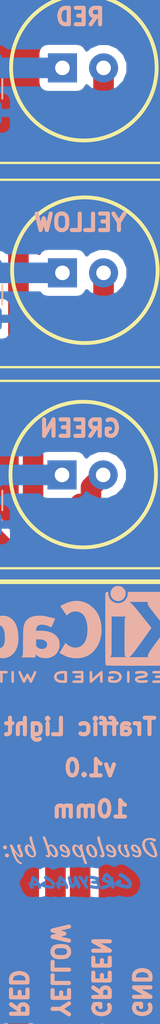
<source format=kicad_pcb>
(kicad_pcb (version 20171130) (host pcbnew 5.0.1-33cea8e~68~ubuntu16.04.1)
  (title_block (title "Project Title"))
  (layers (0 F.Cu signal hide) (31 B.Cu signal hide) (34 B.Paste user) (35 F.Paste user) (36 B.SilkS user) (37 F.SilkS user) (38 B.Mask user) (39 F.Mask user) (44 Edge.Cuts user))
  (net 0 "")
  (net 1 "Net-(D1-Pad1)")
  (net 2 "Net-(D1-Pad2)")
  (net 3 "Net-(D2-Pad2)")
  (net 4 "Net-(D2-Pad1)")
  (net 5 "Net-(D3-Pad1)")
  (net 6 "Net-(D3-Pad2)")
  (net 7 GND)
  (module Semaforo:LED_D10.0mm (layer F.Cu) (at 132.8928 83.1596)
    (fp_text reference D1)
    (fp_text value LED_ALT)
    (pad 1 thru_hole rect (at 0 0) (size 1.8 1.8) (drill 0.9) (layers *.Cu *.Mask) (net 1 "Net-(D1-Pad1)"))
    (pad 2 thru_hole circle (at 2.54 0) (size 1.8 1.8) (drill 0.9) (layers *.Cu *.Mask) (net 2 "Net-(D1-Pad2)"))
  )
  (module Semaforo:LED_D10.0mm (layer F.Cu) (at 132.8928 95.8088)
    (fp_text reference D2)
    (fp_text value LED_ALT)
    (pad 2 thru_hole circle (at 2.54 0) (size 1.8 1.8) (drill 0.9) (layers *.Cu *.Mask) (net 3 "Net-(D2-Pad2)"))
    (pad 1 thru_hole rect (at 0 0) (size 1.8 1.8) (drill 0.9) (layers *.Cu *.Mask) (net 4 "Net-(D2-Pad1)"))
  )
  (module Semaforo:LED_D10.0mm (layer F.Cu) (at 132.8674 108.2802)
    (fp_text reference D3)
    (fp_text value LED_ALT)
    (pad 1 thru_hole rect (at 0 0) (size 1.8 1.8) (drill 0.9) (layers *.Cu *.Mask) (net 5 "Net-(D3-Pad1)"))
    (pad 2 thru_hole circle (at 2.54 0) (size 1.8 1.8) (drill 0.9) (layers *.Cu *.Mask) (net 6 "Net-(D3-Pad2)"))
  )
  (module Semaforo:10mm.All.01 (layer F.Cu) (at 133.985 109.22)
    (fp_text reference E1 hide)
    (fp_text value EdgeTraffic hide)
    (fp_line (start 7.834539 -33.441156) (end 7.417879 -33.441156) (layer Edge.Cuts) (width 0.113458))
    (fp_line (start 7.417879 -33.441156) (end 7.001221 -33.441156) (layer Edge.Cuts) (width 0.113458))
    (fp_line (start 7.001221 -33.441156) (end 6.584558 -33.441156) (layer Edge.Cuts) (width 0.113458))
    (fp_line (start 6.584558 -33.441156) (end 6.167903 -33.441156) (layer Edge.Cuts) (width 0.113458))
    (fp_line (start 6.167903 -33.441156) (end 6.042466 -33.699188) (layer Edge.Cuts) (width 0.113458))
    (fp_line (start 6.042466 -33.699188) (end 5.658744 -34.321708) (layer Edge.Cuts) (width 0.113458))
    (fp_line (start 5.658744 -34.321708) (end 5.00563 -35.08139) (layer Edge.Cuts) (width 0.113458))
    (fp_line (start 5.00563 -35.08139) (end 4.072008 -35.750889) (layer Edge.Cuts) (width 0.113458))
    (fp_line (start 4.072008 -35.750889) (end 3.072352 -36.20353) (layer Edge.Cuts) (width 0.113458))
    (fp_line (start 3.072352 -36.20353) (end 2.171128 -36.486584) (layer Edge.Cuts) (width 0.113458))
    (fp_line (start 2.171128 -36.486584) (end 1.282202 -36.633663) (layer Edge.Cuts) (width 0.113458))
    (fp_line (start 1.282202 -36.633663) (end 0.319438 -36.678354) (layer Edge.Cuts) (width 0.113458))
    (fp_line (start 0.319438 -36.678354) (end -0.697126 -36.623562) (layer Edge.Cuts) (width 0.113458))
    (fp_line (start -0.697126 -36.623562) (end -1.703199 -36.444232) (layer Edge.Cuts) (width 0.113458))
    (fp_line (start -1.703199 -36.444232) (end -2.71855 -36.132066) (layer Edge.Cuts) (width 0.113458))
    (fp_line (start -2.71855 -36.132066) (end -3.762953 -35.678732) (layer Edge.Cuts) (width 0.113458))
    (fp_line (start -3.762953 -35.678732) (end -4.665257 -35.032865) (layer Edge.Cuts) (width 0.113458))
    (fp_line (start -4.665257 -35.032865) (end -5.265151 -34.296609) (layer Edge.Cuts) (width 0.113458))
    (fp_line (start -5.265151 -34.296609) (end -5.598665 -33.692026) (layer Edge.Cuts) (width 0.113458))
    (fp_line (start -5.598665 -33.692026) (end -5.701829 -33.441156) (layer Edge.Cuts) (width 0.113458))
    (fp_line (start -5.701829 -33.441156) (end -6.14491 -33.441156) (layer Edge.Cuts) (width 0.113458))
    (fp_line (start -6.14491 -33.441156) (end -6.587992 -33.441156) (layer Edge.Cuts) (width 0.113458))
    (fp_line (start -6.587992 -33.441156) (end -7.031074 -33.441156) (layer Edge.Cuts) (width 0.113458))
    (fp_line (start -7.031074 -33.441156) (end -7.474155 -33.441156) (layer Edge.Cuts) (width 0.113458))
    (fp_line (start -7.474155 -33.441156) (end -7.474155 -33.236061) (layer Edge.Cuts) (width 0.113458))
    (fp_line (start -7.474155 -33.236061) (end -7.474155 -33.030964) (layer Edge.Cuts) (width 0.113458))
    (fp_line (start -7.474155 -33.030964) (end -7.474155 -32.825867) (layer Edge.Cuts) (width 0.113458))
    (fp_line (start -7.474155 -32.825867) (end -7.474155 -32.620765) (layer Edge.Cuts) (width 0.113458))
    (fp_line (start -7.474155 -32.620765) (end -7.726141 -32.625104) (layer Edge.Cuts) (width 0.113458))
    (fp_line (start -7.726141 -32.625104) (end -7.978128 -32.629443) (layer Edge.Cuts) (width 0.113458))
    (fp_line (start -7.978128 -32.629443) (end -8.230114 -32.633782) (layer Edge.Cuts) (width 0.113458))
    (fp_line (start -8.230114 -32.633782) (end -8.4821 -32.638122) (layer Edge.Cuts) (width 0.113458))
    (fp_line (start -8.4821 -32.638122) (end -8.613616 -32.511661) (layer Edge.Cuts) (width 0.113458))
    (fp_line (start -8.613616 -32.511661) (end -8.745132 -32.385204) (layer Edge.Cuts) (width 0.113458))
    (fp_line (start -8.745132 -32.385204) (end -8.876647 -32.258749) (layer Edge.Cuts) (width 0.113458))
    (fp_line (start -8.876647 -32.258749) (end -9.008163 -32.132289) (layer Edge.Cuts) (width 0.113458))
    (fp_line (start -9.008163 -32.132289) (end -9.008163 -31.928935) (layer Edge.Cuts) (width 0.113458))
    (fp_line (start -9.008163 -31.928935) (end -9.008163 -31.725587) (layer Edge.Cuts) (width 0.113458))
    (fp_line (start -9.008163 -31.725587) (end -9.008163 -31.522239) (layer Edge.Cuts) (width 0.113458))
    (fp_line (start -9.008163 -31.522239) (end -9.008163 -31.318885) (layer Edge.Cuts) (width 0.113458))
    (fp_line (start -9.008163 -31.318885) (end -11.320872 -31.310128) (layer Edge.Cuts) (width 0.113458))
    (fp_line (start -11.320872 -31.310128) (end -13.633582 -31.301343) (layer Edge.Cuts) (width 0.113458))
    (fp_line (start -13.633582 -31.301343) (end -15.946291 -31.292559) (layer Edge.Cuts) (width 0.113458))
    (fp_line (start -15.946291 -31.292559) (end -18.259 -31.283775) (layer Edge.Cuts) (width 0.113458))
    (fp_line (start -18.259 -31.283775) (end -18.270057 -31.041761) (layer Edge.Cuts) (width 0.113458))
    (fp_line (start -18.270057 -31.041761) (end -18.27764 -30.418561) (layer Edge.Cuts) (width 0.113458))
    (fp_line (start -18.27764 -30.418561) (end -18.243383 -29.568439) (layer Edge.Cuts) (width 0.113458))
    (fp_line (start -18.243383 -29.568439) (end -18.128921 -28.64566) (layer Edge.Cuts) (width 0.113458))
    (fp_line (start -18.128921 -28.64566) (end -17.892153 -27.822454) (layer Edge.Cuts) (width 0.113458))
    (fp_line (start -17.892153 -27.822454) (end -17.52766 -27.125046) (layer Edge.Cuts) (width 0.113458))
    (fp_line (start -17.52766 -27.125046) (end -17.052103 -26.488694) (layer Edge.Cuts) (width 0.113458))
    (fp_line (start -17.052103 -26.488694) (end -16.482139 -25.84867) (layer Edge.Cuts) (width 0.113458))
    (fp_line (start -16.482139 -25.84867) (end -15.817866 -25.236104) (layer Edge.Cuts) (width 0.113458))
    (fp_line (start -15.817866 -25.236104) (end -15.08659 -24.676174) (layer Edge.Cuts) (width 0.113458))
    (fp_line (start -15.08659 -24.676174) (end -14.345783 -24.095247) (layer Edge.Cuts) (width 0.113458))
    (fp_line (start -14.345783 -24.095247) (end -13.652916 -23.419673) (layer Edge.Cuts) (width 0.113458))
    (fp_line (start -13.652916 -23.419673) (end -13.17057 -22.592715) (layer Edge.Cuts) (width 0.113458))
    (fp_line (start -13.17057 -22.592715) (end -12.954069 -21.745072) (layer Edge.Cuts) (width 0.113458))
    (fp_line (start -12.954069 -21.745072) (end -12.900003 -21.084278) (layer Edge.Cuts) (width 0.113458))
    (fp_line (start -12.900003 -21.084278) (end -12.904961 -20.817898) (layer Edge.Cuts) (width 0.113458))
    (fp_line (start -12.904961 -20.817898) (end -11.933433 -20.814035) (layer Edge.Cuts) (width 0.113458))
    (fp_line (start -11.933433 -20.814035) (end -10.961905 -20.810199) (layer Edge.Cuts) (width 0.113458))
    (fp_line (start -10.961905 -20.810199) (end -9.990376 -20.806336) (layer Edge.Cuts) (width 0.113458))
    (fp_line (start -9.990376 -20.806336) (end -9.018848 -20.802499) (layer Edge.Cuts) (width 0.113458))
    (fp_line (start -9.018848 -20.802499) (end -9.031408 -20.280879) (layer Edge.Cuts) (width 0.113458))
    (fp_line (start -9.031408 -20.280879) (end -9.04397 -19.75925) (layer Edge.Cuts) (width 0.113458))
    (fp_line (start -9.04397 -19.75925) (end -9.05653 -19.237624) (layer Edge.Cuts) (width 0.113458))
    (fp_line (start -9.05653 -19.237624) (end -9.06909 -18.715993) (layer Edge.Cuts) (width 0.113458))
    (fp_line (start -9.06909 -18.715993) (end -11.370719 -18.70062) (layer Edge.Cuts) (width 0.113458))
    (fp_line (start -11.370719 -18.70062) (end -13.672349 -18.685222) (layer Edge.Cuts) (width 0.113458))
    (fp_line (start -13.672349 -18.685222) (end -15.973978 -18.669823) (layer Edge.Cuts) (width 0.113458))
    (fp_line (start -15.973978 -18.669823) (end -18.275607 -18.654451) (layer Edge.Cuts) (width 0.113458))
    (fp_line (start -18.275607 -18.654451) (end -18.287082 -18.425906) (layer Edge.Cuts) (width 0.113458))
    (fp_line (start -18.287082 -18.425906) (end -18.31181 -17.880544) (layer Edge.Cuts) (width 0.113458))
    (fp_line (start -18.31181 -17.880544) (end -18.335252 -17.228746) (layer Edge.Cuts) (width 0.113458))
    (fp_line (start -18.335252 -17.228746) (end -18.342874 -16.680902) (layer Edge.Cuts) (width 0.113458))
    (fp_line (start -18.342874 -16.680902) (end -18.321824 -16.239964) (layer Edge.Cuts) (width 0.113458))
    (fp_line (start -18.321824 -16.239964) (end -18.269346 -15.879871) (layer Edge.Cuts) (width 0.113458))
    (fp_line (start -18.269346 -15.879871) (end -18.183416 -15.551412) (layer Edge.Cuts) (width 0.113458))
    (fp_line (start -18.183416 -15.551412) (end -18.062012 -15.205395) (layer Edge.Cuts) (width 0.113458))
    (fp_line (start -18.062012 -15.205395) (end -17.75641 -14.672273) (layer Edge.Cuts) (width 0.113458))
    (fp_line (start -17.75641 -14.672273) (end -17.244821 -14.021329) (layer Edge.Cuts) (width 0.113458))
    (fp_line (start -17.244821 -14.021329) (end -16.636755 -13.352148) (layer Edge.Cuts) (width 0.113458))
    (fp_line (start -16.636755 -13.352148) (end -16.041722 -12.764333) (layer Edge.Cuts) (width 0.113458))
    (fp_line (start -16.041722 -12.764333) (end -15.316199 -12.167648) (layer Edge.Cuts) (width 0.113458))
    (fp_line (start -15.316199 -12.167648) (end -14.408521 -11.465052) (layer Edge.Cuts) (width 0.113458))
    (fp_line (start -14.408521 -11.465052) (end -13.565974 -10.745936) (layer Edge.Cuts) (width 0.113458))
    (fp_line (start -13.565974 -10.745936) (end -13.035851 -10.099683) (layer Edge.Cuts) (width 0.113458))
    (fp_line (start -13.035851 -10.099683) (end -12.818768 -9.461312) (layer Edge.Cuts) (width 0.113458))
    (fp_line (start -12.818768 -9.461312) (end -12.72011 -8.810924) (layer Edge.Cuts) (width 0.113458))
    (fp_line (start -12.72011 -8.810924) (end -12.694323 -8.305533) (layer Edge.Cuts) (width 0.113458))
    (fp_line (start -12.694323 -8.305533) (end -12.695832 -8.102174) (layer Edge.Cuts) (width 0.113458))
    (fp_line (start -12.695832 -8.102174) (end -11.773532 -8.092173) (layer Edge.Cuts) (width 0.113458))
    (fp_line (start -11.773532 -8.092173) (end -10.851233 -8.082172) (layer Edge.Cuts) (width 0.113458))
    (fp_line (start -10.851233 -8.082172) (end -9.928933 -8.07217) (layer Edge.Cuts) (width 0.113458))
    (fp_line (start -9.928933 -8.07217) (end -9.006634 -8.062169) (layer Edge.Cuts) (width 0.113458))
    (fp_line (start -9.006634 -8.062169) (end -9.011905 -7.630983) (layer Edge.Cuts) (width 0.113458))
    (fp_line (start -9.011905 -7.630983) (end -9.017175 -7.199794) (layer Edge.Cuts) (width 0.113458))
    (fp_line (start -9.017175 -7.199794) (end -9.022446 -6.768603) (layer Edge.Cuts) (width 0.113458))
    (fp_line (start -9.022446 -6.768603) (end -9.027716 -6.337414) (layer Edge.Cuts) (width 0.113458))
    (fp_line (start -9.027716 -6.337414) (end -11.413443 -6.32011) (layer Edge.Cuts) (width 0.113458))
    (fp_line (start -11.413443 -6.32011) (end -13.799168 -6.302806) (layer Edge.Cuts) (width 0.113458))
    (fp_line (start -13.799168 -6.302806) (end -16.184894 -6.285503) (layer Edge.Cuts) (width 0.113458))
    (fp_line (start -16.184894 -6.285503) (end -18.570621 -6.268199) (layer Edge.Cuts) (width 0.113458))
    (fp_line (start -18.570621 -6.268199) (end -18.57058 -6.010423) (layer Edge.Cuts) (width 0.113458))
    (fp_line (start -18.57058 -6.010423) (end -18.571955 -5.391552) (layer Edge.Cuts) (width 0.113458))
    (fp_line (start -18.571955 -5.391552) (end -18.577041 -4.643313) (layer Edge.Cuts) (width 0.113458))
    (fp_line (start -18.577041 -4.643313) (end -18.588098 -3.997399) (layer Edge.Cuts) (width 0.113458))
    (fp_line (start -18.588098 -3.997399) (end -18.547923 -3.368164) (layer Edge.Cuts) (width 0.113458))
    (fp_line (start -18.547923 -3.368164) (end -18.414149 -2.813129) (layer Edge.Cuts) (width 0.113458))
    (fp_line (start -18.414149 -2.813129) (end -18.223711 -2.343811) (layer Edge.Cuts) (width 0.113458))
    (fp_line (start -18.223711 -2.343811) (end -18.013547 -1.971765) (layer Edge.Cuts) (width 0.113458))
    (fp_line (start -18.013547 -1.971765) (end -17.514183 -1.389568) (layer Edge.Cuts) (width 0.113458))
    (fp_line (start -17.514183 -1.389568) (end -16.697331 -0.573389) (layer Edge.Cuts) (width 0.113458))
    (fp_line (start -16.697331 -0.573389) (end -15.830669 0.241469) (layer Edge.Cuts) (width 0.113458))
    (fp_line (start -15.830669 0.241469) (end -15.181875 0.819711) (layer Edge.Cuts) (width 0.113458))
    (fp_line (start -15.181875 0.819711) (end -14.766402 1.153028) (layer Edge.Cuts) (width 0.113458))
    (fp_line (start -14.766402 1.153028) (end -14.382089 1.451361) (layer Edge.Cuts) (width 0.113458))
    (fp_line (start -14.382089 1.451361) (end -13.970193 1.80681) (layer Edge.Cuts) (width 0.113458))
    (fp_line (start -13.970193 1.80681) (end -13.471964 2.311474) (layer Edge.Cuts) (width 0.113458))
    (fp_line (start -13.471964 2.311474) (end -13.057306 2.996269) (layer Edge.Cuts) (width 0.113458))
    (fp_line (start -13.057306 2.996269) (end -12.874325 3.709847) (layer Edge.Cuts) (width 0.113458))
    (fp_line (start -12.874325 3.709847) (end -12.831585 4.270925) (layer Edge.Cuts) (width 0.113458))
    (fp_line (start -12.831585 4.270925) (end -12.837657 4.498239) (layer Edge.Cuts) (width 0.113458))
    (fp_line (start -12.837657 4.498239) (end -11.898742 4.511654) (layer Edge.Cuts) (width 0.113458))
    (fp_line (start -11.898742 4.511654) (end -10.959826 4.525121) (layer Edge.Cuts) (width 0.113458))
    (fp_line (start -10.959826 4.525121) (end -10.020911 4.538615) (layer Edge.Cuts) (width 0.113458))
    (fp_line (start -10.020911 4.538615) (end -9.081996 4.552029) (layer Edge.Cuts) (width 0.113458))
    (fp_line (start -9.081996 4.552029) (end -9.084033 5.203846) (layer Edge.Cuts) (width 0.113458))
    (fp_line (start -9.084033 5.203846) (end -9.113272 6.535949) (layer Edge.Cuts) (width 0.113458))
    (fp_line (start -9.113272 6.535949) (end -6.737182 6.53251) (layer Edge.Cuts) (width 0.113458))
    (fp_line (start -6.737182 6.53251) (end -6.822579 33.054158) (layer Edge.Cuts) (width 0.113458))
    (fp_line (start -6.822579 33.054158) (end -6.770468 36.67465) (layer Edge.Cuts) (width 0.113458))
    (fp_line (start -6.770468 36.67465) (end -4.459764 36.675444) (layer Edge.Cuts) (width 0.113458))
    (fp_line (start -4.459764 36.675444) (end -2.149059 36.676502) (layer Edge.Cuts) (width 0.113458))
    (fp_line (start -2.149059 36.676502) (end 0.161647 36.677296) (layer Edge.Cuts) (width 0.113458))
    (fp_line (start 0.161647 36.677296) (end 2.472351 36.678354) (layer Edge.Cuts) (width 0.113458))
    (fp_line (start 2.472351 36.678354) (end 4.783055 36.679148) (layer Edge.Cuts) (width 0.113458))
    (fp_line (start 4.783055 36.679148) (end 7.093756 36.680206) (layer Edge.Cuts) (width 0.113458))
    (fp_line (start 7.093756 36.680206) (end 7.064247 32.748932) (layer Edge.Cuts) (width 0.113458))
    (fp_line (start 7.064247 32.748932) (end 6.952056 6.568845) (layer Edge.Cuts) (width 0.113458))
    (fp_line (start 6.952056 6.568845) (end 9.38299 6.582841) (layer Edge.Cuts) (width 0.113458))
    (fp_line (start 9.38299 6.582841) (end 9.376666 5.24981) (layer Edge.Cuts) (width 0.113458))
    (fp_line (start 9.376666 5.24981) (end 9.370342 4.610685) (layer Edge.Cuts) (width 0.113458))
    (fp_line (start 9.370342 4.610685) (end 10.231961 4.604388) (layer Edge.Cuts) (width 0.113458))
    (fp_line (start 10.231961 4.604388) (end 11.093576 4.598091) (layer Edge.Cuts) (width 0.113458))
    (fp_line (start 11.093576 4.598091) (end 11.955197 4.591767) (layer Edge.Cuts) (width 0.113458))
    (fp_line (start 11.955197 4.591767) (end 12.816813 4.58547) (layer Edge.Cuts) (width 0.113458))
    (fp_line (start 12.816813 4.58547) (end 12.806679 4.3468) (layer Edge.Cuts) (width 0.113458))
    (fp_line (start 12.806679 4.3468) (end 12.818797 3.773062) (layer Edge.Cuts) (width 0.113458))
    (fp_line (start 12.818797 3.773062) (end 12.916966 3.077718) (layer Edge.Cuts) (width 0.113458))
    (fp_line (start 12.916966 3.077718) (end 13.164954 2.474225) (layer Edge.Cuts) (width 0.113458))
    (fp_line (start 13.164954 2.474225) (end 13.500991 2.031238) (layer Edge.Cuts) (width 0.113458))
    (fp_line (start 13.500991 2.031238) (end 13.860041 1.629505) (layer Edge.Cuts) (width 0.113458))
    (fp_line (start 13.860041 1.629505) (end 14.300959 1.200536) (layer Edge.Cuts) (width 0.113458))
    (fp_line (start 14.300959 1.200536) (end 14.882605 0.67586) (layer Edge.Cuts) (width 0.113458))
    (fp_line (start 14.882605 0.67586) (end 15.371103 0.233685) (layer Edge.Cuts) (width 0.113458))
    (fp_line (start 15.371103 0.233685) (end 15.640817 -0.032359) (layer Edge.Cuts) (width 0.113458))
    (fp_line (start 15.640817 -0.032359) (end 15.912943 -0.317651) (layer Edge.Cuts) (width 0.113458))
    (fp_line (start 15.912943 -0.317651) (end 16.408698 -0.81757) (layer Edge.Cuts) (width 0.113458))
    (fp_line (start 16.408698 -0.81757) (end 16.858165 -1.262944) (layer Edge.Cuts) (width 0.113458))
    (fp_line (start 16.858165 -1.262944) (end 17.239514 -1.668825) (layer Edge.Cuts) (width 0.113458))
    (fp_line (start 17.239514 -1.668825) (end 17.61259 -2.130343) (layer Edge.Cuts) (width 0.113458))
    (fp_line (start 17.61259 -2.130343) (end 18.037217 -2.742636) (layer Edge.Cuts) (width 0.113458))
    (fp_line (start 18.037217 -2.742636) (end 18.220618 -3.52484) (layer Edge.Cuts) (width 0.113458))
    (fp_line (start 18.220618 -3.52484) (end 18.274114 -4.710359) (layer Edge.Cuts) (width 0.113458))
    (fp_line (start 18.274114 -4.710359) (end 18.260303 -5.792925) (layer Edge.Cuts) (width 0.113458))
    (fp_line (start 18.260303 -5.792925) (end 18.241755 -6.266283) (layer Edge.Cuts) (width 0.113458))
    (fp_line (start 18.241755 -6.266283) (end 16.021864 -6.263902) (layer Edge.Cuts) (width 0.113458))
    (fp_line (start 16.021864 -6.263902) (end 13.801965 -6.261521) (layer Edge.Cuts) (width 0.113458))
    (fp_line (start 13.801965 -6.261521) (end 11.582071 -6.259139) (layer Edge.Cuts) (width 0.113458))
    (fp_line (start 11.582071 -6.259139) (end 9.362177 -6.256758) (layer Edge.Cuts) (width 0.113458))
    (fp_line (start 9.362177 -6.256758) (end 9.364294 -6.748743) (layer Edge.Cuts) (width 0.113458))
    (fp_line (start 9.364294 -6.748743) (end 9.366411 -7.240728) (layer Edge.Cuts) (width 0.113458))
    (fp_line (start 9.366411 -7.240728) (end 9.368527 -7.732713) (layer Edge.Cuts) (width 0.113458))
    (fp_line (start 9.368527 -7.732713) (end 9.370644 -8.2247) (layer Edge.Cuts) (width 0.113458))
    (fp_line (start 9.370644 -8.2247) (end 10.222838 -8.249518) (layer Edge.Cuts) (width 0.113458))
    (fp_line (start 10.222838 -8.249518) (end 11.075034 -8.274336) (layer Edge.Cuts) (width 0.113458))
    (fp_line (start 11.075034 -8.274336) (end 11.927233 -8.29918) (layer Edge.Cuts) (width 0.113458))
    (fp_line (start 11.927233 -8.29918) (end 12.779425 -8.324051) (layer Edge.Cuts) (width 0.113458))
    (fp_line (start 12.779425 -8.324051) (end 12.781277 -8.482087) (layer Edge.Cuts) (width 0.113458))
    (fp_line (start 12.781277 -8.482087) (end 12.818186 -8.883642) (layer Edge.Cuts) (width 0.113458))
    (fp_line (start 12.818186 -8.883642) (end 12.937561 -9.419894) (layer Edge.Cuts) (width 0.113458))
    (fp_line (start 12.937561 -9.419894) (end 13.186719 -9.982007) (layer Edge.Cuts) (width 0.113458))
    (fp_line (start 13.186719 -9.982007) (end 13.627218 -10.519114) (layer Edge.Cuts) (width 0.113458))
    (fp_line (start 13.627218 -10.519114) (end 14.229384 -11.052469) (layer Edge.Cuts) (width 0.113458))
    (fp_line (start 14.229384 -11.052469) (end 14.903706 -11.581434) (layer Edge.Cuts) (width 0.113458))
    (fp_line (start 14.903706 -11.581434) (end 15.560674 -12.105365) (layer Edge.Cuts) (width 0.113458))
    (fp_line (start 15.560674 -12.105365) (end 16.009408 -12.487968) (layer Edge.Cuts) (width 0.113458))
    (fp_line (start 16.009408 -12.487968) (end 16.268247 -12.721733) (layer Edge.Cuts) (width 0.113458))
    (fp_line (start 16.268247 -12.721733) (end 16.561503 -12.999196) (layer Edge.Cuts) (width 0.113458))
    (fp_line (start 16.561503 -12.999196) (end 17.113493 -13.51289) (layer Edge.Cuts) (width 0.113458))
    (fp_line (start 17.113493 -13.51289) (end 17.661212 -14.112401) (layer Edge.Cuts) (width 0.113458))
    (fp_line (start 17.661212 -14.112401) (end 18.117883 -14.799908) (layer Edge.Cuts) (width 0.113458))
    (fp_line (start 18.117883 -14.799908) (end 18.435684 -15.503075) (layer Edge.Cuts) (width 0.113458))
    (fp_line (start 18.435684 -15.503075) (end 18.566804 -16.149561) (layer Edge.Cuts) (width 0.113458))
    (fp_line (start 18.566804 -16.149561) (end 18.583288 -16.905684) (layer Edge.Cuts) (width 0.113458))
    (fp_line (start 18.583288 -16.905684) (end 18.591278 -17.796904) (layer Edge.Cuts) (width 0.113458))
    (fp_line (start 18.591278 -17.796904) (end 18.594162 -18.539613) (layer Edge.Cuts) (width 0.113458))
    (fp_line (start 18.594162 -18.539613) (end 18.594313 -18.85021) (layer Edge.Cuts) (width 0.113458))
    (fp_line (start 18.594313 -18.85021) (end 16.301082 -18.833383) (layer Edge.Cuts) (width 0.113458))
    (fp_line (start 16.301082 -18.833383) (end 14.007848 -18.816529) (layer Edge.Cuts) (width 0.113458))
    (fp_line (start 14.007848 -18.816529) (end 11.714622 -18.799702) (layer Edge.Cuts) (width 0.113458))
    (fp_line (start 11.714622 -18.799702) (end 9.421389 -18.782848) (layer Edge.Cuts) (width 0.113458))
    (fp_line (start 9.421389 -18.782848) (end 9.419272 -19.27257) (layer Edge.Cuts) (width 0.113458))
    (fp_line (start 9.419272 -19.27257) (end 9.417155 -19.762301) (layer Edge.Cuts) (width 0.113458))
    (fp_line (start 9.417155 -19.762301) (end 9.415039 -20.252026) (layer Edge.Cuts) (width 0.113458))
    (fp_line (start 9.415039 -20.252026) (end 9.412922 -20.741754) (layer Edge.Cuts) (width 0.113458))
    (fp_line (start 9.412922 -20.741754) (end 10.317471 -20.755803) (layer Edge.Cuts) (width 0.113458))
    (fp_line (start 10.317471 -20.755803) (end 11.222029 -20.769826) (layer Edge.Cuts) (width 0.113458))
    (fp_line (start 11.222029 -20.769826) (end 12.126584 -20.783849) (layer Edge.Cuts) (width 0.113458))
    (fp_line (start 12.126584 -20.783849) (end 13.031139 -20.797872) (layer Edge.Cuts) (width 0.113458))
    (fp_line (start 13.031139 -20.797872) (end 13.03139 -20.995349) (layer Edge.Cuts) (width 0.113458))
    (fp_line (start 13.03139 -20.995349) (end 13.069784 -21.486278) (layer Edge.Cuts) (width 0.113458))
    (fp_line (start 13.069784 -21.486278) (end 13.202573 -22.118376) (layer Edge.Cuts) (width 0.113458))
    (fp_line (start 13.202573 -22.118376) (end 13.486061 -22.739379) (layer Edge.Cuts) (width 0.113458))
    (fp_line (start 13.486061 -22.739379) (end 13.870773 -23.26898) (layer Edge.Cuts) (width 0.113458))
    (fp_line (start 13.870773 -23.26898) (end 14.289457 -23.750654) (layer Edge.Cuts) (width 0.113458))
    (fp_line (start 14.289457 -23.750654) (end 14.771676 -24.217762) (layer Edge.Cuts) (width 0.113458))
    (fp_line (start 14.771676 -24.217762) (end 15.347018 -24.70367) (layer Edge.Cuts) (width 0.113458))
    (fp_line (start 15.347018 -24.70367) (end 15.981047 -25.25535) (layer Edge.Cuts) (width 0.113458))
    (fp_line (start 15.981047 -25.25535) (end 16.588557 -25.846683) (layer Edge.Cuts) (width 0.113458))
    (fp_line (start 16.588557 -25.846683) (end 17.122994 -26.401387) (layer Edge.Cuts) (width 0.113458))
    (fp_line (start 17.122994 -26.401387) (end 17.537773 -26.843228) (layer Edge.Cuts) (width 0.113458))
    (fp_line (start 17.537773 -26.843228) (end 17.857985 -27.301777) (layer Edge.Cuts) (width 0.113458))
    (fp_line (start 17.857985 -27.301777) (end 18.127074 -27.889872) (layer Edge.Cuts) (width 0.113458))
    (fp_line (start 18.127074 -27.889872) (end 18.326015 -28.506092) (layer Edge.Cuts) (width 0.113458))
    (fp_line (start 18.326015 -28.506092) (end 18.435798 -29.049004) (layer Edge.Cuts) (width 0.113458))
    (fp_line (start 18.435798 -29.049004) (end 18.476528 -29.671669) (layer Edge.Cuts) (width 0.113458))
    (fp_line (start 18.476528 -29.671669) (end 18.489625 -30.427343) (layer Edge.Cuts) (width 0.113458))
    (fp_line (start 18.489625 -30.427343) (end 18.487773 -31.064896) (layer Edge.Cuts) (width 0.113458))
    (fp_line (start 18.487773 -31.064896) (end 18.484307 -31.33322) (layer Edge.Cuts) (width 0.113458))
    (fp_line (start 18.484307 -31.33322) (end 16.210102 -31.329384) (layer Edge.Cuts) (width 0.113458))
    (fp_line (start 16.210102 -31.329384) (end 13.935895 -31.325547) (layer Edge.Cuts) (width 0.113458))
    (fp_line (start 13.935895 -31.325547) (end 11.661684 -31.321711) (layer Edge.Cuts) (width 0.113458))
    (fp_line (start 11.661684 -31.321711) (end 9.387477 -31.317875) (layer Edge.Cuts) (width 0.113458))
    (fp_line (start 9.387477 -31.317875) (end 9.391525 -31.522972) (layer Edge.Cuts) (width 0.113458))
    (fp_line (start 9.391525 -31.522972) (end 9.395573 -31.728069) (layer Edge.Cuts) (width 0.113458))
    (fp_line (start 9.395573 -31.728069) (end 9.399621 -31.933166) (layer Edge.Cuts) (width 0.113458))
    (fp_line (start 9.399621 -31.933166) (end 9.403669 -32.13826) (layer Edge.Cuts) (width 0.113458))
    (fp_line (start 9.403669 -32.13826) (end 9.25123 -32.272983) (layer Edge.Cuts) (width 0.113458))
    (fp_line (start 9.25123 -32.272983) (end 9.098793 -32.407701) (layer Edge.Cuts) (width 0.113458))
    (fp_line (start 9.098793 -32.407701) (end 8.946364 -32.542424) (layer Edge.Cuts) (width 0.113458))
    (fp_line (start 8.946364 -32.542424) (end 8.793926 -32.677148) (layer Edge.Cuts) (width 0.113458))
    (fp_line (start 8.793926 -32.677148) (end 8.556127 -32.679529) (layer Edge.Cuts) (width 0.113458))
    (fp_line (start 8.556127 -32.679529) (end 8.318325 -32.68191) (layer Edge.Cuts) (width 0.113458))
    (fp_line (start 8.318325 -32.68191) (end 8.080525 -32.684291) (layer Edge.Cuts) (width 0.113458))
    (fp_line (start 8.080525 -32.684291) (end 7.84272 -32.686673) (layer Edge.Cuts) (width 0.113458))
    (fp_line (start 7.84272 -32.686673) (end 7.840604 -32.875696) (layer Edge.Cuts) (width 0.113458))
    (fp_line (start 7.840604 -32.875696) (end 7.838487 -33.064712) (layer Edge.Cuts) (width 0.113458))
    (fp_line (start 7.838487 -33.064712) (end 7.83637 -33.253736) (layer Edge.Cuts) (width 0.113458))
    (fp_line (start 7.83637 -33.253736) (end 7.834539 -33.441156) (layer Edge.Cuts) (width 0.113458))
  )
  (module Resistor_SMD:R_1206_3216Metric_Pad1.42x1.75mm_HandSolder (layer B.Cu) (at 128.27 84.455 270)
    (fp_text reference R1 (at 0 1.82 270) (layer B.SilkS) (effects (justify mirror)))
    (fp_text value 330)
    (pad 1 smd roundrect (at -1.4875 0 270) (size 1.425 1.75) (layers B.Cu B.Paste B.Mask) (roundrect_rratio 0.175439) (net 1 "Net-(D1-Pad1)"))
    (pad 2 smd roundrect (at 1.4875 0 270) (size 1.425 1.75) (layers B.Cu B.Paste B.Mask) (roundrect_rratio 0.175439) (net 7 GND))
  )
  (module Resistor_SMD:R_1206_3216Metric_Pad1.42x1.75mm_HandSolder (layer B.Cu) (at 128.27 97.155 270)
    (fp_text reference R2 (at 0 1.82 270) (layer B.SilkS) (effects (justify mirror)))
    (fp_text value 330)
    (pad 2 smd roundrect (at 1.4875 0 270) (size 1.425 1.75) (layers B.Cu B.Paste B.Mask) (roundrect_rratio 0.175439) (net 7 GND))
    (pad 1 smd roundrect (at -1.4875 0 270) (size 1.425 1.75) (layers B.Cu B.Paste B.Mask) (roundrect_rratio 0.175439) (net 4 "Net-(D2-Pad1)"))
  )
  (module Resistor_SMD:R_1206_3216Metric_Pad1.42x1.75mm_HandSolder (layer B.Cu) (at 128.27 109.855 270)
    (fp_text reference R3 (at 0 1.82 270) (layer B.SilkS) (effects (justify mirror)))
    (fp_text value 330)
    (pad 1 smd roundrect (at -1.4875 0 270) (size 1.425 1.75) (layers B.Cu B.Paste B.Mask) (roundrect_rratio 0.175439) (net 5 "Net-(D3-Pad1)"))
    (pad 2 smd roundrect (at 1.4875 0 270) (size 1.425 1.75) (layers B.Cu B.Paste B.Mask) (roundrect_rratio 0.175439) (net 7 GND))
  )
  (module Semaforo:PinHeader_1x04_P2.54mm_Vertical (layer F.Cu) (at 130.175 143.51 90)
    (fp_text reference J1)
    (fp_text value CONN_01X04)
    (pad 1 thru_hole rect (at 0 0 90) (size 1.7 1.7) (drill 1) (layers *.Cu *.Mask) (net 2 "Net-(D1-Pad2)"))
    (pad 2 thru_hole oval (at 0 2.54 90) (size 1.7 1.7) (drill 1) (layers *.Cu *.Mask) (net 3 "Net-(D2-Pad2)"))
    (pad 3 thru_hole oval (at 0 5.08 90) (size 1.7 1.7) (drill 1) (layers *.Cu *.Mask) (net 6 "Net-(D3-Pad2)"))
    (pad 4 thru_hole oval (at 0 7.62 90) (size 1.7 1.7) (drill 1) (layers *.Cu *.Mask) (net 7 GND))
  )
  (module MazBot-Botonera-02:Developed-Silks3 (layer B.Cu) (at 133.985 131.445 180)
    (fp_text reference svg2mod hide)
    (fp_text value G*** hide)
  )
  (module MazBot-Botonera-02:GReynaga.CuMask3 (layer B.Cu) (at 133.985 133.35 180)
    (fp_text reference svg2mod hide)
    (fp_text value G*** hide)
    (fp_poly (pts (xy 3.122325 -0.357007) (xy 2.739494 -0.127833) (xy 2.811028 -0.122534) (xy 2.883879 -0.110613) (xy 2.864009 -0.028481) (xy 2.84149 0.057624) (xy 2.833541 0.044377) (xy 2.781878 -0.017884) (xy 2.740812 -0.082794) (xy 2.724917 -0.106639) (xy 2.710346 -0.130483) (xy 2.724917 -0.129158) (xy 2.739487 -0.127834) (xy 2.739494 -0.127833) (xy 3.122325 -0.357007) (xy 3.098481 -0.403371) (xy 3.062714 -0.444437) (xy 3.017674 -0.47358) (xy 2.964686 -0.486827) (xy 2.940842 -0.477555) (xy 2.928921 -0.469606) (xy 2.920972 -0.465632) (xy 2.915672 -0.461658) (xy 2.899777 -0.455035) (xy 2.905077 -0.437814) (xy 2.903739 -0.421917) (xy 2.887844 -0.404696) (xy 2.879894 -0.396748) (xy 2.87327 -0.3888) (xy 2.850751 -0.36363) (xy 2.886517 -0.354358) (xy 2.930232 -0.330513) (xy 2.939506 -0.281499) (xy 2.894466 -0.280174) (xy 2.858699 -0.289447) (xy 2.809686 -0.301369) (xy 2.756698 -0.305343) (xy 2.736828 -0.305343) (xy 2.716958 -0.302693) (xy 2.703713 -0.300044) (xy 2.698413 -0.284147) (xy 2.693114 -0.278848) (xy 2.67854 -0.261627) (xy 2.675897 -0.232484) (xy 2.667948 -0.208639) (xy 2.656024 -0.241756) (xy 2.650724 -0.255003) (xy 2.637479 -0.257653) (xy 2.633504 -0.264277) (xy 2.632167 -0.2709) (xy 2.625542 -0.29342) (xy 2.620243 -0.298719) (xy 2.614943 -0.302693) (xy 2.608319 -0.326537) (xy 2.60037 -0.349057) (xy 2.588446 -0.383499) (xy 2.585803 -0.415292) (xy 2.580503 -0.429864) (xy 2.565933 -0.443111) (xy 2.550038 -0.451059) (xy 2.542088 -0.456358) (xy 2.535464 -0.459008) (xy 2.531489 -0.473579) (xy 2.515594 -0.476229) (xy 2.4944 -0.480203) (xy 2.481154 -0.481528) (xy 2.467909 -0.480203) (xy 2.445389 -0.461657) (xy 2.426844 -0.447086) (xy 2.413599 -0.423241) (xy 2.410956 -0.408669) (xy 2.408312 -0.395422) (xy 2.404338 -0.387474) (xy 2.387118 -0.371578) (xy 2.401688 -0.359655) (xy 2.403026 -0.337135) (xy 2.458663 -0.207315) (xy 2.520924 -0.080144) (xy 2.540794 -0.037753) (xy 2.561989 0.004637) (xy 2.560651 0.01391) (xy 2.563294 0.025832) (xy 2.587138 0.065573) (xy 2.605683 0.102665) (xy 2.626878 0.14638) (xy 2.656022 0.190095) (xy 2.677216 0.199368) (xy 2.68649 0.202018) (xy 2.698414 0.204667) (xy 2.718284 0.202018) (xy 2.783194 0.249707) (xy 2.840156 0.325215) (xy 2.853402 0.343761) (xy 2.870622 0.333163) (xy 2.889167 0.325215) (xy 2.914336 0.318591) (xy 2.959376 0.306669) (xy 2.993818 0.286799) (xy 3.003092 0.255006) (xy 3.007067 0.23381) (xy 3.013691 0.188771) (xy 3.01899 0.138432) (xy 3.029589 0.093392) (xy 3.038864 0.049677) (xy 3.052109 -0.012584) (xy 3.069329 -0.068221) (xy 3.082574 -0.069546) (xy 3.09582 -0.065572) (xy 3.11304 -0.062922) (xy 3.127614 -0.061598) (xy 3.132913 -0.074845) (xy 3.146158 -0.088092) (xy 3.171328 -0.09604) (xy 3.185898 -0.107962) (xy 3.196497 -0.11591) (xy 3.216367 -0.123859) (xy 3.205768 -0.143729) (xy 3.167351 -0.190094) (xy 3.113039 -0.22586) (xy 3.114377 -0.241757) (xy 3.118351 -0.256329) (xy 3.124976 -0.302693) (xy 3.124976 -0.351707) (xy 3.122332 -0.357006) (xy 3.122325 -0.357007)) (layer B.Cu) (width 0))
    (fp_poly (pts (xy 2.475871 -0.229836) (xy 2.392415 -0.31859) (xy 2.278491 -0.370254) (xy 2.147345 -0.406021) (xy 2.0162 -0.447086) (xy 1.983082 -0.448411) (xy 1.956588 -0.452386) (xy 1.932744 -0.456359) (xy 1.90625 -0.459009) (xy 1.899625 -0.461659) (xy 1.895651 -0.466958) (xy 1.854585 -0.470932) (xy 1.825441 -0.470932) (xy 1.792324 -0.474906) (xy 1.76318 -0.47888) (xy 1.606868 -0.40867) (xy 1.544606 -0.225861) (xy 1.541963 -0.217913) (xy 1.536664 -0.213939) (xy 1.539307 -0.191419) (xy 1.540645 -0.167574) (xy 1.618802 -0.032455) (xy 1.723454 0.07882) (xy 1.739349 0.094717) (xy 1.751273 0.110613) (xy 1.765843 0.12386) (xy 1.785713 0.133133) (xy 1.851948 0.19142) (xy 1.932754 0.241758) (xy 2.01621 0.290772) (xy 2.093043 0.34641) (xy 2.114238 0.342436) (xy 2.128811 0.342436) (xy 2.153981 0.314617) (xy 2.187098 0.297396) (xy 2.218892 0.277525) (xy 2.241411 0.245733) (xy 2.233462 0.239109) (xy 2.237437 0.227187) (xy 2.238775 0.215265) (xy 2.229501 0.209966) (xy 2.23745 0.202018) (xy 2.245399 0.195395) (xy 2.241424 0.184797) (xy 2.241424 0.17155) (xy 2.181813 0.138432) (xy 2.114253 0.10399) (xy 2.041395 0.065574) (xy 1.968536 0.019209) (xy 1.895678 -0.040402) (xy 1.824144 -0.107962) (xy 1.759234 -0.182145) (xy 1.70757 -0.256328) (xy 1.71287 -0.266926) (xy 1.719494 -0.276199) (xy 1.797651 -0.276199) (xy 1.871834 -0.280173) (xy 1.877134 -0.272225) (xy 1.883758 -0.264277) (xy 2.024177 -0.240432) (xy 2.156647 -0.204665) (xy 2.136777 -0.198042) (xy 2.120882 -0.191418) (xy 2.120882 -0.180821) (xy 2.134127 -0.170223) (xy 2.103658 -0.143729) (xy 2.090413 -0.101338) (xy 2.098362 -0.085442) (xy 2.090413 -0.07087) (xy 2.083789 -0.07087) (xy 2.081145 -0.074844) (xy 2.079807 -0.080143) (xy 2.073183 -0.078818) (xy 2.078483 -0.058948) (xy 2.086432 -0.040402) (xy 2.177836 0.020534) (xy 2.213603 -0.00331) (xy 2.257318 -0.02848) (xy 2.305007 -0.053649) (xy 2.351372 -0.077494) (xy 2.384489 -0.098689) (xy 2.412309 -0.126508) (xy 2.438803 -0.153002) (xy 2.47192 -0.175522) (xy 2.473258 -0.20334) (xy 2.475901 -0.229834) (xy 2.475871 -0.229836)) (layer B.Cu) (width 0))
    (fp_poly (pts (xy 1.447904 -0.357007) (xy 1.065065 -0.127834) (xy 1.136599 -0.122535) (xy 1.209458 -0.110613) (xy 1.189588 -0.028481) (xy 1.167068 0.057624) (xy 1.159119 0.044377) (xy 1.107456 -0.017884) (xy 1.06639 -0.082794) (xy 1.050495 -0.106639) (xy 1.035924 -0.130483) (xy 1.050495 -0.129158) (xy 1.065065 -0.127834) (xy 1.447904 -0.357007) (xy 1.424059 -0.403371) (xy 1.388293 -0.444437) (xy 1.343253 -0.47358) (xy 1.290265 -0.486827) (xy 1.26642 -0.477555) (xy 1.254496 -0.469606) (xy 1.246547 -0.465632) (xy 1.241248 -0.461658) (xy 1.225353 -0.455035) (xy 1.230652 -0.437814) (xy 1.229314 -0.421917) (xy 1.213419 -0.404696) (xy 1.20547 -0.396748) (xy 1.198845 -0.3888) (xy 1.176326 -0.36363) (xy 1.212093 -0.354358) (xy 1.255808 -0.330513) (xy 1.265082 -0.281499) (xy 1.220042 -0.280174) (xy 1.184275 -0.289447) (xy 1.135261 -0.301369) (xy 1.082273 -0.305343) (xy 1.062404 -0.305343) (xy 1.042534 -0.302693) (xy 1.029288 -0.300044) (xy 1.023989 -0.284147) (xy 1.018689 -0.278848) (xy 1.004119 -0.261627) (xy 1.001476 -0.232484) (xy 0.993527 -0.208639) (xy 0.981603 -0.241756) (xy 0.976303 -0.255003) (xy 0.963058 -0.257653) (xy 0.959083 -0.264277) (xy 0.957745 -0.2709) (xy 0.951121 -0.29342) (xy 0.945822 -0.298719) (xy 0.940522 -0.302693) (xy 0.933898 -0.326537) (xy 0.925948 -0.349057) (xy 0.914025 -0.383499) (xy 0.911381 -0.415292) (xy 0.906082 -0.429864) (xy 0.891512 -0.443111) (xy 0.875616 -0.451059) (xy 0.867667 -0.456358) (xy 0.861043 -0.459008) (xy 0.857068 -0.473579) (xy 0.841173 -0.476229) (xy 0.819978 -0.480203) (xy 0.806733 -0.481528) (xy 0.793488 -0.480203) (xy 0.770968 -0.461657) (xy 0.752423 -0.447086) (xy 0.739178 -0.423241) (xy 0.736534 -0.408669) (xy 0.733891 -0.395422) (xy 0.729917 -0.387474) (xy 0.712697 -0.371578) (xy 0.727267 -0.359655) (xy 0.728605 -0.337135) (xy 0.784242 -0.207315) (xy 0.846503 -0.080144) (xy 0.866373 -0.037753) (xy 0.887568 0.004637) (xy 0.88623 0.01391) (xy 0.888873 0.025832) (xy 0.912717 0.065573) (xy 0.931262 0.102665) (xy 0.952457 0.14638) (xy 0.981601 0.190095) (xy 1.002796 0.199368) (xy 1.01207 0.202018) (xy 1.023993 0.204667) (xy 1.043863 0.202018) (xy 1.108773 0.249707) (xy 1.165736 0.325215) (xy 1.178981 0.343761) (xy 1.196201 0.333163) (xy 1.214746 0.325215) (xy 1.239915 0.318591) (xy 1.284955 0.306669) (xy 1.319397 0.286799) (xy 1.328672 0.255006) (xy 1.332646 0.23381) (xy 1.339271 0.188771) (xy 1.34457 0.138432) (xy 1.355169 0.093392) (xy 1.364443 0.049677) (xy 1.377688 -0.012584) (xy 1.394909 -0.068221) (xy 1.408154 -0.069546) (xy 1.421399 -0.065572) (xy 1.438619 -0.062922) (xy 1.45319 -0.061598) (xy 1.458489 -0.074845) (xy 1.471735 -0.088092) (xy 1.496904 -0.09604) (xy 1.511474 -0.107962) (xy 1.522073 -0.11591) (xy 1.541943 -0.123859) (xy 1.531344 -0.143729) (xy 1.492928 -0.190094) (xy 1.438615 -0.22586) (xy 1.439953 -0.241757) (xy 1.443928 -0.256329) (xy 1.450552 -0.302693) (xy 1.450552 -0.351707) (xy 1.447909 -0.357006) (xy 1.447904 -0.357007)) (layer B.Cu) (width 0))
    (fp_poly (pts (xy 0.253024 -0.227186) (xy 0.235804 -0.241758) (xy 0.225208 -0.264278) (xy 0.215934 -0.286797) (xy 0.202685 -0.29607) (xy 0.194736 -0.314616) (xy 0.184137 -0.331837) (xy 0.176188 -0.350383) (xy 0.178831 -0.372903) (xy 0.165586 -0.395423) (xy 0.158961 -0.423241) (xy 0.148362 -0.445761) (xy 0.119219 -0.45371) (xy 0.117881 -0.460333) (xy 0.121855 -0.469606) (xy 0.099336 -0.470931) (xy 0.082116 -0.477554) (xy 0.039725 -0.449735) (xy 0.010581 -0.40602) (xy -0.011938 -0.355682) (xy -0.030483 -0.311966) (xy -0.029145 -0.284148) (xy -0.038419 -0.260303) (xy 0.103323 0.03378) (xy 0.249041 0.342436) (xy 0.308652 0.314617) (xy 0.362965 0.280175) (xy 0.405355 0.23381) (xy 0.427875 0.176848) (xy 0.421251 0.170225) (xy 0.415951 0.1689) (xy 0.421251 0.159627) (xy 0.421251 0.154328) (xy 0.421251 0.14638) (xy 0.425225 0.134458) (xy 0.417276 0.133133) (xy 0.409327 0.133133) (xy 0.41197 0.109288) (xy 0.40667 0.092067) (xy 0.400046 0.076171) (xy 0.401384 0.054975) (xy 0.39476 0.052326) (xy 0.392116 0.048351) (xy 0.388142 0.044377) (xy 0.382842 0.044377) (xy 0.385486 -0.013909) (xy 0.382842 -0.073521) (xy 0.38418 -0.135782) (xy 0.393454 -0.202017) (xy 0.468962 -0.130483) (xy 0.515327 -0.032455) (xy 0.543146 0.084118) (xy 0.563016 0.21129) (xy 0.58156 0.240433) (xy 0.593484 0.2762) (xy 0.604083 0.314616) (xy 0.617329 0.350383) (xy 0.650446 0.337136) (xy 0.67694 0.315941) (xy 0.70211 0.294746) (xy 0.735227 0.282823) (xy 0.764371 0.239108) (xy 0.781591 0.194069) (xy 0.770992 0.170224) (xy 0.764368 0.14373) (xy 0.753769 0.11856) (xy 0.735224 0.100014) (xy 0.724625 0.036429) (xy 0.712701 -0.019209) (xy 0.703427 -0.077495) (xy 0.700784 -0.142406) (xy 0.678264 -0.207316) (xy 0.659719 -0.269577) (xy 0.626602 -0.310643) (xy 0.601433 -0.358332) (xy 0.594808 -0.360982) (xy 0.585534 -0.357008) (xy 0.585534 -0.364956) (xy 0.58156 -0.370255) (xy 0.578916 -0.375554) (xy 0.58156 -0.386151) (xy 0.548442 -0.408671) (xy 0.516648 -0.435165) (xy 0.476907 -0.451061) (xy 0.417296 -0.441789) (xy 0.320584 -0.350383) (xy 0.253024 -0.227186)) (layer B.Cu) (width 0))
    (fp_poly (pts (xy -0.137763 -0.12121) (xy -0.153658 -0.141081) (xy -0.166904 -0.1636) (xy -0.181474 -0.191419) (xy -0.201344 -0.215264) (xy -0.214589 -0.247057) (xy -0.235784 -0.272226) (xy -0.298044 -0.387475) (xy -0.305994 -0.41132) (xy -0.317914 -0.432515) (xy -0.323214 -0.441788) (xy -0.327188 -0.448411) (xy -0.329832 -0.461658) (xy -0.344402 -0.480204) (xy -0.358972 -0.494776) (xy -0.368246 -0.505373) (xy -0.388116 -0.513322) (xy -0.50603 -0.409995) (xy -0.504692 -0.396748) (xy -0.500717 -0.383501) (xy -0.495418 -0.367604) (xy -0.483497 -0.330513) (xy -0.460977 -0.297395) (xy -0.449057 -0.268252) (xy -0.417263 -0.205991) (xy -0.388119 -0.155652) (xy -0.370899 -0.126509) (xy -0.402693 -0.088092) (xy -0.433162 -0.024507) (xy -0.451707 0.029806) (xy -0.455681 0.05895) (xy -0.460981 0.084119) (xy -0.467605 0.113262) (xy -0.470248 0.14373) (xy -0.478197 0.162276) (xy -0.475554 0.175523) (xy -0.474216 0.199368) (xy -0.480841 0.231161) (xy -0.487465 0.260304) (xy -0.488803 0.292097) (xy -0.480854 0.321241) (xy -0.455684 0.34641) (xy -0.433165 0.347735) (xy -0.410645 0.334488) (xy -0.388126 0.322565) (xy -0.360307 0.309318) (xy -0.332488 0.292097) (xy -0.323214 0.273551) (xy -0.305994 0.25898) (xy -0.305994 0.244408) (xy -0.304656 0.229837) (xy -0.299356 0.208641) (xy -0.294057 0.192745) (xy -0.290082 0.156978) (xy -0.282133 0.12651) (xy -0.274184 0.096042) (xy -0.272846 0.061599) (xy -0.2596 0.070872) (xy -0.254301 0.074846) (xy -0.249001 0.07882) (xy -0.170844 0.184796) (xy -0.173487 0.198044) (xy -0.145668 0.224538) (xy -0.125799 0.244408) (xy -0.108579 0.264279) (xy -0.094005 0.274876) (xy 0.0265 0.357007) (xy 0.045045 0.359657) (xy 0.050344 0.342435) (xy 0.071539 0.315941) (xy 0.107306 0.293421) (xy 0.119226 0.285473) (xy 0.125851 0.265603) (xy 0.124513 0.253681) (xy 0.129812 0.240434) (xy 0.103318 0.194069) (xy 0.074174 0.167575) (xy 0.051655 0.147704) (xy 0.037084 0.126509) (xy 0.02781 0.115911) (xy -0.007942 0.073521) (xy -0.011917 0.057624) (xy -0.027812 0.057624) (xy -0.034436 0.052326) (xy -0.047682 0.029806) (xy -0.060931 0.012585) (xy -0.067555 0.005961) (xy -0.071529 -0.004636) (xy -0.075504 -0.015234) (xy -0.096699 -0.041728) (xy -0.105973 -0.060274) (xy -0.116569 -0.081469) (xy -0.131142 -0.10134) (xy -0.137766 -0.12121) (xy -0.137763 -0.12121)) (layer B.Cu) (width 0))
    (fp_poly (pts (xy -0.529874 0.277525) (xy -0.529874 0.262953) (xy -0.531212 0.255005) (xy -0.531212 0.245732) (xy -0.528569 0.232485) (xy -0.593479 0.170224) (xy -0.671637 0.146379) (xy -0.759067 0.131808) (xy -0.846497 0.097366) (xy -0.878291 0.097366) (xy -0.918032 0.093391) (xy -0.937901 0.081469) (xy -0.961746 0.074846) (xy -0.957771 0.049676) (xy -0.953797 0.029806) (xy -0.851795 0.031131) (xy -0.74052 0.037754) (xy -0.741858 0.028481) (xy -0.743196 0.021858) (xy -0.724651 0.004637) (xy -0.706106 -0.013909) (xy -0.687561 -0.029805) (xy -0.663717 -0.03378) (xy -0.657092 -0.057624) (xy -0.659735 -0.082794) (xy -0.702126 -0.113262) (xy -0.747165 -0.139756) (xy -0.796179 -0.159626) (xy -0.853142 -0.164925) (xy -0.863741 -0.164925) (xy -0.87169 -0.160951) (xy -0.902159 -0.164925) (xy -0.931303 -0.168899) (xy -0.967069 -0.1636) (xy -1.002836 -0.158301) (xy -1.041253 -0.217913) (xy -1.071721 -0.285473) (xy -0.997538 -0.290772) (xy -0.940576 -0.286798) (xy -0.886263 -0.280174) (xy -0.816054 -0.277524) (xy -0.753793 -0.258979) (xy -0.686233 -0.243082) (xy -0.667689 -0.257654) (xy -0.653115 -0.2762) (xy -0.63722 -0.290771) (xy -0.61735 -0.29607) (xy -0.610726 -0.309317) (xy -0.606751 -0.322564) (xy -0.602776 -0.334486) (xy -0.590856 -0.337136) (xy -0.63722 -0.404696) (xy -0.695507 -0.439138) (xy -0.769691 -0.457684) (xy -0.858445 -0.47358) (xy -0.878315 -0.472256) (xy -0.89686 -0.469606) (xy -0.969719 -0.481528) (xy -1.055824 -0.485502) (xy -1.13928 -0.47358) (xy -1.204147 -0.439138) (xy -1.218718 -0.417943) (xy -1.23594 -0.398072) (xy -1.241238 -0.359656) (xy -1.249187 -0.315941) (xy -1.25581 -0.269577) (xy -1.25316 -0.228511) (xy -1.237264 -0.192744) (xy -1.227991 -0.158302) (xy -1.220043 -0.151678) (xy -1.209445 -0.146379) (xy -1.192224 -0.10134) (xy -1.173678 -0.060274) (xy -1.153808 -0.020533) (xy -1.133938 0.025832) (xy -1.161757 0.062923) (xy -1.17368 0.103989) (xy -1.180303 0.146379) (xy -1.189576 0.191419) (xy -1.157783 0.223212) (xy -1.115393 0.244407) (xy -1.066379 0.257654) (xy -1.010741 0.269577) (xy -0.916688 0.296071) (xy -0.834556 0.310642) (xy -0.749775 0.322565) (xy -0.650423 0.338461) (xy -0.627903 0.326539) (xy -0.615979 0.333162) (xy -0.609355 0.341111) (xy -0.576237 0.302694) (xy -0.529873 0.277525) (xy -0.529874 0.277525)) (layer B.Cu) (width 0))
    (fp_poly (pts (xy -2.108917 -0.354357) (xy -1.78304 0.114587) (xy -1.80556 0.053651) (xy -1.688986 0.084119) (xy -1.573737 0.131808) (xy -1.60818 0.209965) (xy -1.666467 0.251031) (xy -1.666466 0.251032) (xy -1.704883 0.204667) (xy -1.747273 0.162277) (xy -1.78304 0.114587) (xy -2.108917 -0.354357) (xy -2.120839 -0.345085) (xy -2.132761 -0.322565) (xy -2.11819 -0.322565) (xy -2.123489 -0.269577) (xy -2.111566 -0.221887) (xy -2.100969 -0.176848) (xy -2.104943 -0.130483) (xy -2.09567 -0.127833) (xy -2.090371 -0.109287) (xy -2.089046 -0.085443) (xy -2.090371 -0.064247) (xy -2.063877 0.020533) (xy -2.045331 0.106639) (xy -2.02811 0.190095) (xy -2.001616 0.266928) (xy -1.9632 0.261629) (xy -1.935381 0.244408) (xy -1.862523 0.32124) (xy -1.798937 0.40867) (xy -1.724754 0.485503) (xy -1.622752 0.525244) (xy -1.551218 0.47623) (xy -1.486308 0.412644) (xy -1.466437 0.398073) (xy -1.445242 0.384825) (xy -1.445242 0.364955) (xy -1.414774 0.323889) (xy -1.392254 0.274875) (xy -1.372384 0.223212) (xy -1.351188 0.174198) (xy -1.353838 0.159627) (xy -1.351188 0.147704) (xy -1.347214 0.134457) (xy -1.345889 0.117236) (xy -1.392254 0.003312) (xy -1.490282 -0.066897) (xy -1.612154 -0.113262) (xy -1.730053 -0.154328) (xy -1.724754 -0.159626) (xy -1.72078 -0.167575) (xy -1.659843 -0.205991) (xy -1.618778 -0.23116) (xy -1.576387 -0.247057) (xy -1.511477 -0.262953) (xy -1.447891 -0.27885) (xy -1.405501 -0.288122) (xy -1.36576 -0.293421) (xy -1.308798 -0.300045) (xy -1.284953 -0.334487) (xy -1.271706 -0.374228) (xy -1.270381 -0.412644) (xy -1.280979 -0.440463) (xy -1.274355 -0.445762) (xy -1.261108 -0.445762) (xy -1.277005 -0.461658) (xy -1.290252 -0.480204) (xy -1.306148 -0.497425) (xy -1.327344 -0.506698) (xy -1.449216 -0.508023) (xy -1.638648 -0.447086) (xy -1.731377 -0.40867) (xy -1.793638 -0.375553) (xy -1.842652 -0.339786) (xy -1.894316 -0.293421) (xy -1.899614 -0.29872) (xy -1.903588 -0.304019) (xy -1.924784 -0.390124) (xy -1.964525 -0.457684) (xy -1.993668 -0.461658) (xy -2.010889 -0.47623) (xy -2.030759 -0.474905) (xy -2.042682 -0.468281) (xy -2.054604 -0.460333) (xy -2.075799 -0.457683) (xy -2.083747 -0.435164) (xy -2.104943 -0.424566) (xy -2.102293 -0.404695) (xy -2.106267 -0.388799) (xy -2.111566 -0.372902) (xy -2.108916 -0.354357) (xy -2.108917 -0.354357)) (layer B.Cu) (width 0))
    (fp_poly (pts (xy -3.216367 -0.154328) (xy -3.212393 -0.127833) (xy -3.211068 -0.097365) (xy -3.118339 0.064248) (xy -2.992492 0.196718) (xy -2.973946 0.215264) (xy -2.959375 0.235134) (xy -2.942154 0.251031) (xy -2.918309 0.261629) (xy -2.838827 0.331838) (xy -2.742124 0.392774) (xy -2.641447 0.452385) (xy -2.548718 0.51862) (xy -2.526198 0.511997) (xy -2.507652 0.513322) (xy -2.477184 0.477555) (xy -2.437443 0.457685) (xy -2.399026 0.43384) (xy -2.371208 0.396748) (xy -2.38048 0.390125) (xy -2.376506 0.375553) (xy -2.373857 0.360982) (xy -2.385779 0.354358) (xy -2.376506 0.345085) (xy -2.367233 0.335813) (xy -2.371208 0.322566) (xy -2.371208 0.307994) (xy -2.442742 0.266927) (xy -2.524873 0.227186) (xy -2.612303 0.180822) (xy -2.699733 0.125184) (xy -2.788488 0.054975) (xy -2.873269 -0.027156) (xy -2.950102 -0.115911) (xy -3.011038 -0.204666) (xy -3.004415 -0.216588) (xy -2.996466 -0.228511) (xy -2.902413 -0.228511) (xy -2.814982 -0.233809) (xy -2.808359 -0.223212) (xy -2.800411 -0.213939) (xy -2.632174 -0.184796) (xy -2.47321 -0.142405) (xy -2.5156 -0.127834) (xy -2.5156 -0.114587) (xy -2.501029 -0.10134) (xy -2.536796 -0.069547) (xy -2.552692 -0.017883) (xy -2.543419 0.000663) (xy -2.552692 0.017884) (xy -2.56064 0.017884) (xy -2.56329 0.012585) (xy -2.56594 0.007286) (xy -2.572563 0.007286) (xy -2.56594 0.031131) (xy -2.557992 0.053651) (xy -2.44804 0.126509) (xy -2.40565 0.09869) (xy -2.352662 0.069547) (xy -2.2957 0.039079) (xy -2.241387 0.009935) (xy -2.200321 -0.016559) (xy -2.167204 -0.048352) (xy -2.135411 -0.080145) (xy -2.096995 -0.106639) (xy -2.094345 -0.141081) (xy -2.091695 -0.172874) (xy -2.152632 -0.249707) (xy -2.233438 -0.302695) (xy -2.327492 -0.341111) (xy -2.430819 -0.370255) (xy -2.538119 -0.399398) (xy -2.642771 -0.43384) (xy -2.681187 -0.435165) (xy -2.711655 -0.439139) (xy -2.740799 -0.444438) (xy -2.772592 -0.448412) (xy -2.781865 -0.451062) (xy -2.787163 -0.457685) (xy -2.834853 -0.461659) (xy -2.870619 -0.461659) (xy -2.909036 -0.466958) (xy -2.946127 -0.470932) (xy -3.13291 -0.38615) (xy -3.207094 -0.167575) (xy -3.209743 -0.159626) (xy -3.216367 -0.154328)) (layer B.Cu) (width 0))
  )
  (module Symbol:KiCad-Logo2_6mm_SilkScreen (layer B.Cu) (at 133.985 118.11 180)
    (fp_text reference REF** hide)
    (fp_text value KiCad-Logo2_6mm_SilkScreen hide)
  )
  (module Symbol:OSHW-Logo2_7.3x6mm_Copper (layer B.Cu) (at 144.145 81.915 180)
    (fp_text reference REF** hide)
    (fp_text value OSHW-Logo2_7.3x6mm_Copper hide)
    (fp_poly (pts (xy 0.10391 2.757652) (xy 0.182454 2.757222) (xy 0.239298 2.756058) (xy 0.278105 2.753793) (xy 0.302538 2.75006) (xy 0.316262 2.744494) (xy 0.32294 2.736727) (xy 0.326236 2.726395) (xy 0.326556 2.725057) (xy 0.331562 2.700921) (xy 0.340829 2.653299) (xy 0.353392 2.587259) (xy 0.368287 2.507872) (xy 0.384551 2.420204) (xy 0.385119 2.417125) (xy 0.40141 2.331211) (xy 0.416652 2.255304) (xy 0.429861 2.193955) (xy 0.440054 2.151718) (xy 0.446248 2.133145) (xy 0.446543 2.132816) (xy 0.464788 2.123747) (xy 0.502405 2.108633) (xy 0.551271 2.090738) (xy 0.551543 2.090642) (xy 0.613093 2.067507) (xy 0.685657 2.038035) (xy 0.754057 2.008403) (xy 0.757294 2.006938) (xy 0.868702 1.956374) (xy 1.115399 2.12484) (xy 1.191077 2.176197) (xy 1.259631 2.222111) (xy 1.317088 2.25997) (xy 1.359476 2.287163) (xy 1.382825 2.301079) (xy 1.385042 2.302111) (xy 1.40201 2.297516) (xy 1.433701 2.275345) (xy 1.481352 2.234553) (xy 1.546198 2.174095) (xy 1.612397 2.109773) (xy 1.676214 2.046388) (xy 1.733329 1.988549) (xy 1.780305 1.939825) (xy 1.813703 1.90379) (xy 1.830085 1.884016) (xy 1.830694 1.882998) (xy 1.832505 1.869428) (xy 1.825683 1.847267) (xy 1.80854 1.813522) (xy 1.779393 1.7652) (xy 1.736555 1.699308) (xy 1.679448 1.614483) (xy 1.628766 1.539823) (xy 1.583461 1.47286) (xy 1.54615 1.417484) (xy 1.519452 1.37758) (xy 1.505985 1.357038) (xy 1.505137 1.355644) (xy 1.506781 1.335962) (xy 1.519245 1.297707) (xy 1.540048 1.248111) (xy 1.547462 1.232272) (xy 1.579814 1.16171) (xy 1.614328 1.081647) (xy 1.642365 1.012371) (xy 1.662568 0.960955) (xy 1.678615 0.921881) (xy 1.687888 0.901459) (xy 1.689041 0.899886) (xy 1.706096 0.897279) (xy 1.746298 0.890137) (xy 1.804302 0.879477) (xy 1.874763 0.866315) (xy 1.952335 0.851667) (xy 2.031672 0.836551) (xy 2.107431 0.821982) (xy 2.174264 0.808978) (xy 2.226828 0.798555) (xy 2.259776 0.79173) (xy 2.267857 0.789801) (xy 2.276205 0.785038) (xy 2.282506 0.774282) (xy 2.287045 0.753902) (xy 2.290104 0.720266) (xy 2.291967 0.669745) (xy 2.292918 0.598708) (xy 2.29324 0.503524) (xy 2.293257 0.464508) (xy 2.293257 0.147201) (xy 2.217057 0.132161) (xy 2.174663 0.124005) (xy 2.1114 0.112101) (xy 2.034962 0.097884) (xy 1.953043 0.08279) (xy 1.9304 0.078645) (xy 1.854806 0.063947) (xy 1.788953 0.049495) (xy 1.738366 0.036625) (xy 1.708574 0.026678) (xy 1.703612 0.023713) (xy 1.691426 0.002717) (xy 1.673953 -0.037967) (xy 1.654577 -0.090322) (xy 1.650734 -0.1016) (xy 1.625339 -0.171523) (xy 1.593817 -0.250418) (xy 1.562969 -0.321266) (xy 1.562817 -0.321595) (xy 1.511447 -0.432733) (xy 1.680399 -0.681253) (xy 1.849352 -0.929772) (xy 1.632429 -1.147058) (xy 1.566819 -1.211726) (xy 1.506979 -1.268733) (xy 1.456267 -1.315033) (xy 1.418046 -1.347584) (xy 1.395675 -1.363343) (xy 1.392466 -1.364343) (xy 1.373626 -1.356469) (xy 1.33518 -1.334578) (xy 1.28133 -1.301267) (xy 1.216276 -1.259131) (xy 1.14594 -1.211943) (xy 1.074555 -1.16381) (xy 1.010908 -1.121928) (xy 0.959041 -1.088871) (xy 0.922995 -1.067218) (xy 0.906867 -1.059543) (xy 0.887189 -1.066037) (xy 0.849875 -1.08315) (xy 0.802621 -1.107326) (xy 0.797612 -1.110013) (xy 0.733977 -1.141927) (xy 0.690341 -1.157579) (xy 0.663202 -1.157745) (xy 0.649057 -1.143204) (xy 0.648975 -1.143) (xy 0.641905 -1.125779) (xy 0.625042 -1.084899) (xy 0.599695 -1.023525) (xy 0.567171 -0.944819) (xy 0.528778 -0.851947) (xy 0.485822 -0.748072) (xy 0.444222 -0.647502) (xy 0.398504 -0.536516) (xy 0.356526 -0.433703) (xy 0.319548 -0.342215) (xy 0.288827 -0.265201) (xy 0.265622 -0.205815) (xy 0.25119 -0.167209) (xy 0.246743 -0.1528) (xy 0.257896 -0.136272) (xy 0.287069 -0.10993) (xy 0.325971 -0.080887) (xy 0.436757 0.010961) (xy 0.523351 0.116241) (xy 0.584716 0.232734) (xy 0.619815 0.358224) (xy 0.627608 0.490493) (xy 0.621943 0.551543) (xy 0.591078 0.678205) (xy 0.53792 0.790059) (xy 0.465767 0.885999) (xy 0.377917 0.964924) (xy 0.277665 1.02573) (xy 0.16831 1.067313) (xy 0.053147 1.088572) (xy -0.064525 1.088401) (xy -0.18141 1.065699) (xy -0.294211 1.019362) (xy -0.399631 0.948287) (xy -0.443632 0.908089) (xy -0.528021 0.804871) (xy -0.586778 0.692075) (xy -0.620296 0.57299) (xy -0.628965 0.450905) (xy -0.613177 0.329107) (xy -0.573322 0.210884) (xy -0.509793 0.099525) (xy -0.422979 -0.001684) (xy -0.325971 -0.080887) (xy -0.285563 -0.111162) (xy -0.257018 -0.137219) (xy -0.246743 -0.152825) (xy -0.252123 -0.169843) (xy -0.267425 -0.2105) (xy -0.291388 -0.271642) (xy -0.322756 -0.350119) (xy -0.360268 -0.44278) (xy -0.402667 -0.546472) (xy -0.444337 -0.647526) (xy -0.49031 -0.758607) (xy -0.532893 -0.861541) (xy -0.570779 -0.953165) (xy -0.60266 -1.030316) (xy -0.627229 -1.089831) (xy -0.64318 -1.128544) (xy -0.64909 -1.143) (xy -0.663052 -1.157685) (xy -0.69006 -1.157642) (xy -0.733587 -1.142099) (xy -0.79711 -1.110284) (xy -0.797612 -1.110013) (xy -0.84544 -1.085323) (xy -0.884103 -1.067338) (xy -0.905905 -1.059614) (xy -0.906867 -1.059543) (xy -0.923279 -1.067378) (xy -0.959513 -1.089165) (xy -1.011526 -1.122328) (xy -1.075275 -1.164291) (xy -1.14594 -1.211943) (xy -1.217884 -1.260191) (xy -1.282726 -1.302151) (xy -1.336265 -1.335227) (xy -1.374303 -1.356821) (xy -1.392467 -1.364343) (xy -1.409192 -1.354457) (xy -1.44282 -1.326826) (xy -1.48999 -1.284495) (xy -1.547342 -1.230505) (xy -1.611516 -1.167899) (xy -1.632503 -1.146983) (xy -1.849501 -0.929623) (xy -1.684332 -0.68722) (xy -1.634136 -0.612781) (xy -1.590081 -0.545972) (xy -1.554638 -0.490665) (xy -1.530281 -0.450729) (xy -1.519478 -0.430036) (xy -1.519162 -0.428563) (xy -1.524857 -0.409058) (xy -1.540174 -0.369822) (xy -1.562463 -0.31743) (xy -1.578107 -0.282355) (xy -1.607359 -0.215201) (xy -1.634906 -0.147358) (xy -1.656263 -0.090034) (xy -1.662065 -0.072572) (xy -1.678548 -0.025938) (xy -1.69466 0.010095) (xy -1.70351 0.023713) (xy -1.72304 0.032048) (xy -1.765666 0.043863) (xy -1.825855 0.057819) (xy -1.898078 0.072578) (xy -1.9304 0.078645) (xy -2.012478 0.093727) (xy -2.091205 0.108331) (xy -2.158891 0.12102) (xy -2.20784 0.130358) (xy -2.217057 0.132161) (xy -2.293257 0.147201) (xy -2.293257 0.464508) (xy -2.293086 0.568846) (xy -2.292384 0.647787) (xy -2.290866 0.704962) (xy -2.288251 0.744001) (xy -2.284254 0.768535) (xy -2.278591 0.782195) (xy -2.27098 0.788611) (xy -2.267857 0.789801) (xy -2.249022 0.79402) (xy -2.207412 0.802438) (xy -2.14837 0.814039) (xy -2.077243 0.827805) (xy -1.999375 0.84272) (xy -1.920113 0.857768) (xy -1.844802 0.871931) (xy -1.778787 0.884194) (xy -1.727413 0.893539) (xy -1.696025 0.89895) (xy -1.689041 0.899886) (xy -1.682715 0.912404) (xy -1.66871 0.945754) (xy -1.649645 0.993623) (xy -1.642366 1.012371) (xy -1.613004 1.084805) (xy -1.578429 1.16483) (xy -1.547463 1.232272) (xy -1.524677 1.283841) (xy -1.509518 1.326215) (xy -1.504458 1.352166) (xy -1.505264 1.355644) (xy -1.515959 1.372064) (xy -1.54038 1.408583) (xy -1.575905 1.461313) (xy -1.619913 1.526365) (xy -1.669783 1.599849) (xy -1.679644 1.614355) (xy -1.737508 1.700296) (xy -1.780044 1.765739) (xy -1.808946 1.813696) (xy -1.82591 1.84718) (xy -1.832633 1.869205) (xy -1.83081 1.882783) (xy -1.830764 1.882869) (xy -1.816414 1.900703) (xy -1.784677 1.935183) (xy -1.73899 1.982732) (xy -1.682796 2.039778) (xy -1.619532 2.102745) (xy -1.612398 2.109773) (xy -1.53267 2.18698) (xy -1.471143 2.24367) (xy -1.426579 2.28089) (xy -1.397743 2.299685) (xy -1.385042 2.302111) (xy -1.366506 2.291529) (xy -1.328039 2.267084) (xy -1.273614 2.231388) (xy -1.207202 2.187053) (xy -1.132775 2.136689) (xy -1.115399 2.12484) (xy -0.868703 1.956374) (xy -0.757294 2.006938) (xy -0.689543 2.036405) (xy -0.616817 2.066041) (xy -0.554297 2.08967) (xy -0.551543 2.090642) (xy -0.50264 2.108543) (xy -0.464943 2.12368) (xy -0.446575 2.13279) (xy -0.446544 2.132816) (xy -0.440715 2.149283) (xy -0.430808 2.189781) (xy -0.417805 2.249758) (xy -0.402691 2.32466) (xy -0.386448 2.409936) (xy -0.385119 2.417125) (xy -0.368825 2.504986) (xy -0.353867 2.58474) (xy -0.341209 2.651319) (xy -0.331814 2.699653) (xy -0.326646 2.724675) (xy -0.326556 2.725057) (xy -0.323411 2.735701) (xy -0.317296 2.743738) (xy -0.304547 2.749533) (xy -0.2815 2.753453) (xy -0.244491 2.755865) (xy -0.189856 2.757135) (xy -0.113933 2.757629) (xy -0.013056 2.757714) (xy 0 2.757714) (xy 0.10391 2.757652)) (layer B.Cu) (width 0.01))
    (fp_poly (pts (xy 3.153595 -1.966966) (xy 3.211021 -2.004497) (xy 3.238719 -2.038096) (xy 3.260662 -2.099064) (xy 3.262405 -2.147308) (xy 3.258457 -2.211816) (xy 3.109686 -2.276934) (xy 3.037349 -2.310202) (xy 2.990084 -2.336964) (xy 2.965507 -2.360144) (xy 2.961237 -2.382667) (xy 2.974889 -2.407455) (xy 2.989943 -2.423886) (xy 3.033746 -2.450235) (xy 3.081389 -2.452081) (xy 3.125145 -2.431546) (xy 3.157289 -2.390752) (xy 3.163038 -2.376347) (xy 3.190576 -2.331356) (xy 3.222258 -2.312182) (xy 3.265714 -2.295779) (xy 3.265714 -2.357966) (xy 3.261872 -2.400283) (xy 3.246823 -2.435969) (xy 3.21528 -2.476943) (xy 3.210592 -2.482267) (xy 3.175506 -2.51872) (xy 3.145347 -2.538283) (xy 3.107615 -2.547283) (xy 3.076335 -2.55023) (xy 3.020385 -2.550965) (xy 2.980555 -2.54166) (xy 2.955708 -2.527846) (xy 2.916656 -2.497467) (xy 2.889625 -2.464613) (xy 2.872517 -2.423294) (xy 2.863238 -2.367521) (xy 2.859693 -2.291305) (xy 2.85941 -2.252622) (xy 2.860372 -2.206247) (xy 2.948007 -2.206247) (xy 2.949023 -2.231126) (xy 2.951556 -2.2352) (xy 2.968274 -2.229665) (xy 3.004249 -2.215017) (xy 3.052331 -2.19419) (xy 3.062386 -2.189714) (xy 3.123152 -2.158814) (xy 3.156632 -2.131657) (xy 3.16399 -2.10622) (xy 3.146391 -2.080481) (xy 3.131856 -2.069109) (xy 3.07941 -2.046364) (xy 3.030322 -2.050122) (xy 2.989227 -2.077884) (xy 2.960758 -2.127152) (xy 2.951631 -2.166257) (xy 2.948007 -2.206247) (xy 2.860372 -2.206247) (xy 2.861285 -2.162249) (xy 2.868196 -2.095384) (xy 2.881884 -2.046695) (xy 2.904096 -2.010849) (xy 2.936574 -1.982513) (xy 2.950733 -1.973355) (xy 3.015053 -1.949507) (xy 3.085473 -1.948006) (xy 3.153595 -1.966966)) (layer B.Cu) (width 0.01))
    (fp_poly (pts (xy 2.6526 -1.958752) (xy 2.669948 -1.966334) (xy 2.711356 -1.999128) (xy 2.746765 -2.046547) (xy 2.768664 -2.097151) (xy 2.772229 -2.122098) (xy 2.760279 -2.156927) (xy 2.734067 -2.175357) (xy 2.705964 -2.186516) (xy 2.693095 -2.188572) (xy 2.686829 -2.173649) (xy 2.674456 -2.141175) (xy 2.669028 -2.126502) (xy 2.63859 -2.075744) (xy 2.59452 -2.050427) (xy 2.53801 -2.051206) (xy 2.533825 -2.052203) (xy 2.503655 -2.066507) (xy 2.481476 -2.094393) (xy 2.466327 -2.139287) (xy 2.45725 -2.204615) (xy 2.453286 -2.293804) (xy 2.452914 -2.341261) (xy 2.45273 -2.416071) (xy 2.451522 -2.467069) (xy 2.448309 -2.499471) (xy 2.442109 -2.518495) (xy 2.43194 -2.529356) (xy 2.416819 -2.537272) (xy 2.415946 -2.53767) (xy 2.386828 -2.549981) (xy 2.372403 -2.554514) (xy 2.370186 -2.540809) (xy 2.368289 -2.502925) (xy 2.366847 -2.445715) (xy 2.365998 -2.374027) (xy 2.365829 -2.321565) (xy 2.366692 -2.220047) (xy 2.37007 -2.143032) (xy 2.377142 -2.086023) (xy 2.389088 -2.044526) (xy 2.40709 -2.014043) (xy 2.432327 -1.99008) (xy 2.457247 -1.973355) (xy 2.517171 -1.951097) (xy 2.586911 -1.946076) (xy 2.6526 -1.958752)) (layer B.Cu) (width 0.01))
    (fp_poly (pts (xy 2.144876 -1.956335) (xy 2.186667 -1.975344) (xy 2.219469 -1.998378) (xy 2.243503 -2.024133) (xy 2.260097 -2.057358) (xy 2.270577 -2.1028) (xy 2.276271 -2.165207) (xy 2.278507 -2.249327) (xy 2.278743 -2.304721) (xy 2.278743 -2.520826) (xy 2.241774 -2.53767) (xy 2.212656 -2.549981) (xy 2.198231 -2.554514) (xy 2.195472 -2.541025) (xy 2.193282 -2.504653) (xy 2.191942 -2.451542) (xy 2.191657 -2.409372) (xy 2.190434 -2.348447) (xy 2.187136 -2.300115) (xy 2.182321 -2.270518) (xy 2.178496 -2.264229) (xy 2.152783 -2.270652) (xy 2.112418 -2.287125) (xy 2.065679 -2.309458) (xy 2.020845 -2.333457) (xy 1.986193 -2.35493) (xy 1.970002 -2.369685) (xy 1.969938 -2.369845) (xy 1.97133 -2.397152) (xy 1.983818 -2.423219) (xy 2.005743 -2.444392) (xy 2.037743 -2.451474) (xy 2.065092 -2.450649) (xy 2.103826 -2.450042) (xy 2.124158 -2.459116) (xy 2.136369 -2.483092) (xy 2.137909 -2.487613) (xy 2.143203 -2.521806) (xy 2.129047 -2.542568) (xy 2.092148 -2.552462) (xy 2.052289 -2.554292) (xy 1.980562 -2.540727) (xy 1.943432 -2.521355) (xy 1.897576 -2.475845) (xy 1.873256 -2.419983) (xy 1.871073 -2.360957) (xy 1.891629 -2.305953) (xy 1.922549 -2.271486) (xy 1.95342 -2.252189) (xy 2.001942 -2.227759) (xy 2.058485 -2.202985) (xy 2.06791 -2.199199) (xy 2.130019 -2.171791) (xy 2.165822 -2.147634) (xy 2.177337 -2.123619) (xy 2.16658 -2.096635) (xy 2.148114 -2.075543) (xy 2.104469 -2.049572) (xy 2.056446 -2.047624) (xy 2.012406 -2.067637) (xy 1.980709 -2.107551) (xy 1.976549 -2.117848) (xy 1.952327 -2.155724) (xy 1.916965 -2.183842) (xy 1.872343 -2.206917) (xy 1.872343 -2.141485) (xy 1.874969 -2.101506) (xy 1.88623 -2.069997) (xy 1.911199 -2.036378) (xy 1.935169 -2.010484) (xy 1.972441 -1.973817) (xy 2.001401 -1.954121) (xy 2.032505 -1.94622) (xy 2.067713 -1.944914) (xy 2.144876 -1.956335)) (layer B.Cu) (width 0.01))
    (fp_poly (pts (xy 1.779833 -1.958663) (xy 1.782048 -1.99685) (xy 1.783784 -2.054886) (xy 1.784899 -2.12818) (xy 1.785257 -2.205055) (xy 1.785257 -2.465196) (xy 1.739326 -2.511127) (xy 1.707675 -2.539429) (xy 1.67989 -2.550893) (xy 1.641915 -2.550168) (xy 1.62684 -2.548321) (xy 1.579726 -2.542948) (xy 1.540756 -2.539869) (xy 1.531257 -2.539585) (xy 1.499233 -2.541445) (xy 1.453432 -2.546114) (xy 1.435674 -2.548321) (xy 1.392057 -2.551735) (xy 1.362745 -2.54432) (xy 1.33368 -2.521427) (xy 1.323188 -2.511127) (xy 1.277257 -2.465196) (xy 1.277257 -1.978602) (xy 1.314226 -1.961758) (xy 1.346059 -1.949282) (xy 1.364683 -1.944914) (xy 1.369458 -1.958718) (xy 1.373921 -1.997286) (xy 1.377775 -2.056356) (xy 1.380722 -2.131663) (xy 1.382143 -2.195286) (xy 1.386114 -2.445657) (xy 1.420759 -2.450556) (xy 1.452268 -2.447131) (xy 1.467708 -2.436041) (xy 1.472023 -2.415308) (xy 1.475708 -2.371145) (xy 1.478469 -2.309146) (xy 1.480012 -2.234909) (xy 1.480235 -2.196706) (xy 1.480457 -1.976783) (xy 1.526166 -1.960849) (xy 1.558518 -1.950015) (xy 1.576115 -1.944962) (xy 1.576623 -1.944914) (xy 1.578388 -1.958648) (xy 1.580329 -1.99673) (xy 1.582282 -2.054482) (xy 1.584084 -2.127227) (xy 1.585343 -2.195286) (xy 1.589314 -2.445657) (xy 1.6764 -2.445657) (xy 1.680396 -2.21724) (xy 1.684392 -1.988822) (xy 1.726847 -1.966868) (xy 1.758192 -1.951793) (xy 1.776744 -1.944951) (xy 1.777279 -1.944914) (xy 1.779833 -1.958663)) (layer B.Cu) (width 0.01))
    (fp_poly (pts (xy 1.190117 -2.065358) (xy 1.189933 -2.173837) (xy 1.189219 -2.257287) (xy 1.187675 -2.319704) (xy 1.185001 -2.365085) (xy 1.180894 -2.397429) (xy 1.175055 -2.420733) (xy 1.167182 -2.438995) (xy 1.161221 -2.449418) (xy 1.111855 -2.505945) (xy 1.049264 -2.541377) (xy 0.980013 -2.55409) (xy 0.910668 -2.542463) (xy 0.869375 -2.521568) (xy 0.826025 -2.485422) (xy 0.796481 -2.441276) (xy 0.778655 -2.383462) (xy 0.770463 -2.306313) (xy 0.769302 -2.249714) (xy 0.769458 -2.245647) (xy 0.870857 -2.245647) (xy 0.871476 -2.31055) (xy 0.874314 -2.353514) (xy 0.88084 -2.381622) (xy 0.892523 -2.401953) (xy 0.906483 -2.417288) (xy 0.953365 -2.44689) (xy 1.003701 -2.449419) (xy 1.051276 -2.424705) (xy 1.054979 -2.421356) (xy 1.070783 -2.403935) (xy 1.080693 -2.383209) (xy 1.086058 -2.352362) (xy 1.088228 -2.304577) (xy 1.088571 -2.251748) (xy 1.087827 -2.185381) (xy 1.084748 -2.141106) (xy 1.078061 -2.112009) (xy 1.066496 -2.091173) (xy 1.057013 -2.080107) (xy 1.01296 -2.052198) (xy 0.962224 -2.048843) (xy 0.913796 -2.070159) (xy 0.90445 -2.078073) (xy 0.88854 -2.095647) (xy 0.87861 -2.116587) (xy 0.873278 -2.147782) (xy 0.871163 -2.196122) (xy 0.870857 -2.245647) (xy 0.769458 -2.245647) (xy 0.77281 -2.158568) (xy 0.784726 -2.090086) (xy 0.807135 -2.0386) (xy 0.842124 -1.998443) (xy 0.869375 -1.977861) (xy 0.918907 -1.955625) (xy 0.976316 -1.945304) (xy 1.029682 -1.948067) (xy 1.059543 -1.959212) (xy 1.071261 -1.962383) (xy 1.079037 -1.950557) (xy 1.084465 -1.918866) (xy 1.088571 -1.870593) (xy 1.093067 -1.816829) (xy 1.099313 -1.784482) (xy 1.110676 -1.765985) (xy 1.130528 -1.75377) (xy 1.143 -1.748362) (xy 1.190171 -1.728601) (xy 1.190117 -2.065358)) (layer B.Cu) (width 0.01))
    (fp_poly (pts (xy 0.529926 -1.949755) (xy 0.595858 -1.974084) (xy 0.649273 -2.017117) (xy 0.670164 -2.047409) (xy 0.692939 -2.102994) (xy 0.692466 -2.143186) (xy 0.668562 -2.170217) (xy 0.659717 -2.174813) (xy 0.62153 -2.189144) (xy 0.602028 -2.185472) (xy 0.595422 -2.161407) (xy 0.595086 -2.148114) (xy 0.582992 -2.09921) (xy 0.551471 -2.064999) (xy 0.507659 -2.048476) (xy 0.458695 -2.052634) (xy 0.418894 -2.074227) (xy 0.40545 -2.086544) (xy 0.395921 -2.101487) (xy 0.389485 -2.124075) (xy 0.385317 -2.159328) (xy 0.382597 -2.212266) (xy 0.380502 -2.287907) (xy 0.37996 -2.311857) (xy 0.377981 -2.39379) (xy 0.375731 -2.451455) (xy 0.372357 -2.489608) (xy 0.367006 -2.513004) (xy 0.358824 -2.526398) (xy 0.346959 -2.534545) (xy 0.339362 -2.538144) (xy 0.307102 -2.550452) (xy 0.288111 -2.554514) (xy 0.281836 -2.540948) (xy 0.278006 -2.499934) (xy 0.2766 -2.430999) (xy 0.277598 -2.333669) (xy 0.277908 -2.318657) (xy 0.280101 -2.229859) (xy 0.282693 -2.165019) (xy 0.286382 -2.119067) (xy 0.291864 -2.086935) (xy 0.299835 -2.063553) (xy 0.310993 -2.043852) (xy 0.31683 -2.03541) (xy 0.350296 -1.998057) (xy 0.387727 -1.969003) (xy 0.392309 -1.966467) (xy 0.459426 -1.946443) (xy 0.529926 -1.949755)) (layer B.Cu) (width 0.01))
    (fp_poly (pts (xy 0.039744 -1.950968) (xy 0.096616 -1.972087) (xy 0.097267 -1.972493) (xy 0.13244 -1.99838) (xy 0.158407 -2.028633) (xy 0.17667 -2.068058) (xy 0.188732 -2.121462) (xy 0.196096 -2.193651) (xy 0.200264 -2.289432) (xy 0.200629 -2.303078) (xy 0.205876 -2.508842) (xy 0.161716 -2.531678) (xy 0.129763 -2.54711) (xy 0.11047 -2.554423) (xy 0.109578 -2.554514) (xy 0.106239 -2.541022) (xy 0.103587 -2.504626) (xy 0.101956 -2.451452) (xy 0.1016 -2.408393) (xy 0.101592 -2.338641) (xy 0.098403 -2.294837) (xy 0.087288 -2.273944) (xy 0.063501 -2.272925) (xy 0.022296 -2.288741) (xy -0.039914 -2.317815) (xy -0.085659 -2.341963) (xy -0.109187 -2.362913) (xy -0.116104 -2.385747) (xy -0.116114 -2.386877) (xy -0.104701 -2.426212) (xy -0.070908 -2.447462) (xy -0.019191 -2.450539) (xy 0.018061 -2.450006) (xy 0.037703 -2.460735) (xy 0.049952 -2.486505) (xy 0.057002 -2.519337) (xy 0.046842 -2.537966) (xy 0.043017 -2.540632) (xy 0.007001 -2.55134) (xy -0.043434 -2.552856) (xy -0.095374 -2.545759) (xy -0.132178 -2.532788) (xy -0.183062 -2.489585) (xy -0.211986 -2.429446) (xy -0.217714 -2.382462) (xy -0.213343 -2.340082) (xy -0.197525 -2.305488) (xy -0.166203 -2.274763) (xy -0.115322 -2.24399) (xy -0.040824 -2.209252) (xy -0.036286 -2.207288) (xy 0.030821 -2.176287) (xy 0.072232 -2.150862) (xy 0.089981 -2.128014) (xy 0.086107 -2.104745) (xy 0.062643 -2.078056) (xy 0.055627 -2.071914) (xy 0.00863 -2.0481) (xy -0.040067 -2.049103) (xy -0.082478 -2.072451) (xy -0.110616 -2.115675) (xy -0.113231 -2.12416) (xy -0.138692 -2.165308) (xy -0.170999 -2.185128) (xy -0.217714 -2.20477) (xy -0.217714 -2.15395) (xy -0.203504 -2.080082) (xy -0.161325 -2.012327) (xy -0.139376 -1.989661) (xy -0.089483 -1.960569) (xy -0.026033 -1.9474) (xy 0.039744 -1.950968)) (layer B.Cu) (width 0.01))
    (fp_poly (pts (xy -0.624114 -1.851289) (xy -0.619861 -1.910613) (xy -0.614975 -1.945572) (xy -0.608205 -1.96082) (xy -0.598298 -1.961015) (xy -0.595086 -1.959195) (xy -0.552356 -1.946015) (xy -0.496773 -1.946785) (xy -0.440263 -1.960333) (xy -0.404918 -1.977861) (xy -0.368679 -2.005861) (xy -0.342187 -2.037549) (xy -0.324001 -2.077813) (xy -0.312678 -2.131543) (xy -0.306778 -2.203626) (xy -0.304857 -2.298951) (xy -0.304823 -2.317237) (xy -0.3048 -2.522646) (xy -0.350509 -2.53858) (xy -0.382973 -2.54942) (xy -0.400785 -2.554468) (xy -0.401309 -2.554514) (xy -0.403063 -2.540828) (xy -0.404556 -2.503076) (xy -0.405674 -2.446224) (xy -0.406303 -2.375234) (xy -0.4064 -2.332073) (xy -0.406602 -2.246973) (xy -0.407642 -2.185981) (xy -0.410169 -2.144177) (xy -0.414836 -2.116642) (xy -0.422293 -2.098456) (xy -0.433189 -2.084698) (xy -0.439993 -2.078073) (xy -0.486728 -2.051375) (xy -0.537728 -2.049375) (xy -0.583999 -2.071955) (xy -0.592556 -2.080107) (xy -0.605107 -2.095436) (xy -0.613812 -2.113618) (xy -0.619369 -2.139909) (xy -0.622474 -2.179562) (xy -0.623824 -2.237832) (xy -0.624114 -2.318173) (xy -0.624114 -2.522646) (xy -0.669823 -2.53858) (xy -0.702287 -2.54942) (xy -0.720099 -2.554468) (xy -0.720623 -2.554514) (xy -0.721963 -2.540623) (xy -0.723172 -2.501439) (xy -0.724199 -2.4407) (xy -0.724998 -2.362141) (xy -0.725519 -2.269498) (xy -0.725714 -2.166509) (xy -0.725714 -1.769342) (xy -0.678543 -1.749444) (xy -0.631371 -1.729547) (xy -0.624114 -1.851289)) (layer B.Cu) (width 0.01))
    (fp_poly (pts (xy -1.831697 -1.931239) (xy -1.774473 -1.969735) (xy -1.730251 -2.025335) (xy -1.703833 -2.096086) (xy -1.69849 -2.148162) (xy -1.699097 -2.169893) (xy -1.704178 -2.186531) (xy -1.718145 -2.201437) (xy -1.745411 -2.217973) (xy -1.790388 -2.239498) (xy -1.857489 -2.269374) (xy -1.857829 -2.269524) (xy -1.919593 -2.297813) (xy -1.970241 -2.322933) (xy -2.004596 -2.342179) (xy -2.017482 -2.352848) (xy -2.017486 -2.352934) (xy -2.006128 -2.376166) (xy -1.979569 -2.401774) (xy -1.949077 -2.420221) (xy -1.93363 -2.423886) (xy -1.891485 -2.411212) (xy -1.855192 -2.379471) (xy -1.837483 -2.344572) (xy -1.820448 -2.318845) (xy -1.787078 -2.289546) (xy -1.747851 -2.264235) (xy -1.713244 -2.250471) (xy -1.706007 -2.249714) (xy -1.697861 -2.26216) (xy -1.69737 -2.293972) (xy -1.703357 -2.336866) (xy -1.714643 -2.382558) (xy -1.73005 -2.422761) (xy -1.730829 -2.424322) (xy -1.777196 -2.489062) (xy -1.837289 -2.533097) (xy -1.905535 -2.554711) (xy -1.976362 -2.552185) (xy -2.044196 -2.523804) (xy -2.047212 -2.521808) (xy -2.100573 -2.473448) (xy -2.13566 -2.410352) (xy -2.155078 -2.327387) (xy -2.157684 -2.304078) (xy -2.162299 -2.194055) (xy -2.156767 -2.142748) (xy -2.017486 -2.142748) (xy -2.015676 -2.174753) (xy -2.005778 -2.184093) (xy -1.981102 -2.177105) (xy -1.942205 -2.160587) (xy -1.898725 -2.139881) (xy -1.897644 -2.139333) (xy -1.860791 -2.119949) (xy -1.846 -2.107013) (xy -1.849647 -2.093451) (xy -1.865005 -2.075632) (xy -1.904077 -2.049845) (xy -1.946154 -2.04795) (xy -1.983897 -2.066717) (xy -2.009966 -2.102915) (xy -2.017486 -2.142748) (xy -2.156767 -2.142748) (xy -2.152806 -2.106027) (xy -2.12845 -2.036212) (xy -2.094544 -1.987302) (xy -2.033347 -1.937878) (xy -1.965937 -1.913359) (xy -1.89712 -1.911797) (xy -1.831697 -1.931239)) (layer B.Cu) (width 0.01))
    (fp_poly (pts (xy -2.958885 -1.921962) (xy -2.890855 -1.957733) (xy -2.840649 -2.015301) (xy -2.822815 -2.052312) (xy -2.808937 -2.107882) (xy -2.801833 -2.178096) (xy -2.80116 -2.254727) (xy -2.806573 -2.329552) (xy -2.81773 -2.394342) (xy -2.834286 -2.440873) (xy -2.839374 -2.448887) (xy -2.899645 -2.508707) (xy -2.971231 -2.544535) (xy -3.048908 -2.55502) (xy -3.127452 -2.53881) (xy -3.149311 -2.529092) (xy -3.191878 -2.499143) (xy -3.229237 -2.459433) (xy -3.232768 -2.454397) (xy -3.247119 -2.430124) (xy -3.256606 -2.404178) (xy -3.26221 -2.370022) (xy -3.264914 -2.321119) (xy -3.265701 -2.250935) (xy -3.265714 -2.2352) (xy -3.265678 -2.230192) (xy -3.120571 -2.230192) (xy -3.119727 -2.29643) (xy -3.116404 -2.340386) (xy -3.109417 -2.368779) (xy -3.097584 -2.388325) (xy -3.091543 -2.394857) (xy -3.056814 -2.41968) (xy -3.023097 -2.418548) (xy -2.989005 -2.397016) (xy -2.968671 -2.374029) (xy -2.956629 -2.340478) (xy -2.949866 -2.287569) (xy -2.949402 -2.281399) (xy -2.948248 -2.185513) (xy -2.960312 -2.114299) (xy -2.98543 -2.068194) (xy -3.02344 -2.047635) (xy -3.037008 -2.046514) (xy -3.072636 -2.052152) (xy -3.097006 -2.071686) (xy -3.111907 -2.109042) (xy -3.119125 -2.16815) (xy -3.120571 -2.230192) (xy -3.265678 -2.230192) (xy -3.265174 -2.160413) (xy -3.262904 -2.108159) (xy -3.257932 -2.071949) (xy -3.249287 -2.045299) (xy -3.235995 -2.021722) (xy -3.233057 -2.017338) (xy -3.183687 -1.958249) (xy -3.129891 -1.923947) (xy -3.064398 -1.910331) (xy -3.042158 -1.909665) (xy -2.958885 -1.921962)) (layer B.Cu) (width 0.01))
    (fp_poly (pts (xy -1.283907 -1.92778) (xy -1.237328 -1.954723) (xy -1.204943 -1.981466) (xy -1.181258 -2.009484) (xy -1.164941 -2.043748) (xy -1.154661 -2.089227) (xy -1.149086 -2.150892) (xy -1.146884 -2.233711) (xy -1.146629 -2.293246) (xy -1.146629 -2.512391) (xy -1.208314 -2.540044) (xy -1.27 -2.567697) (xy -1.277257 -2.32767) (xy -1.280256 -2.238028) (xy -1.283402 -2.172962) (xy -1.287299 -2.128026) (xy -1.292553 -2.09877) (xy -1.299769 -2.080748) (xy -1.30955 -2.069511) (xy -1.312688 -2.067079) (xy -1.360239 -2.048083) (xy -1.408303 -2.0556) (xy -1.436914 -2.075543) (xy -1.448553 -2.089675) (xy -1.456609 -2.10822) (xy -1.461729 -2.136334) (xy -1.464559 -2.179173) (xy -1.465744 -2.241895) (xy -1.465943 -2.307261) (xy -1.465982 -2.389268) (xy -1.467386 -2.447316) (xy -1.472086 -2.486465) (xy -1.482013 -2.51178) (xy -1.499097 -2.528323) (xy -1.525268 -2.541156) (xy -1.560225 -2.554491) (xy -1.598404 -2.569007) (xy -1.593859 -2.311389) (xy -1.592029 -2.218519) (xy -1.589888 -2.149889) (xy -1.586819 -2.100711) (xy -1.582206 -2.066198) (xy -1.575432 -2.041562) (xy -1.565881 -2.022016) (xy -1.554366 -2.00477) (xy -1.49881 -1.94968) (xy -1.43102 -1.917822) (xy -1.357287 -1.910191) (xy -1.283907 -1.92778)) (layer B.Cu) (width 0.01))
    (fp_poly (pts (xy -2.400256 -1.919918) (xy -2.344799 -1.947568) (xy -2.295852 -1.99848) (xy -2.282371 -2.017338) (xy -2.267686 -2.042015) (xy -2.258158 -2.068816) (xy -2.252707 -2.104587) (xy -2.250253 -2.156169) (xy -2.249714 -2.224267) (xy -2.252148 -2.317588) (xy -2.260606 -2.387657) (xy -2.276826 -2.439931) (xy -2.302546 -2.479869) (xy -2.339503 -2.512929) (xy -2.342218 -2.514886) (xy -2.37864 -2.534908) (xy -2.422498 -2.544815) (xy -2.478276 -2.547257) (xy -2.568952 -2.547257) (xy -2.56899 -2.635283) (xy -2.569834 -2.684308) (xy -2.574976 -2.713065) (xy -2.588413 -2.730311) (xy -2.614142 -2.744808) (xy -2.620321 -2.747769) (xy -2.649236 -2.761648) (xy -2.671624 -2.770414) (xy -2.688271 -2.771171) (xy -2.699964 -2.761023) (xy -2.70749 -2.737073) (xy -2.711634 -2.696426) (xy -2.713185 -2.636186) (xy -2.712929 -2.553455) (xy -2.711651 -2.445339) (xy -2.711252 -2.413) (xy -2.709815 -2.301524) (xy -2.708528 -2.228603) (xy -2.569029 -2.228603) (xy -2.568245 -2.290499) (xy -2.56476 -2.330997) (xy -2.556876 -2.357708) (xy -2.542895 -2.378244) (xy -2.533403 -2.38826) (xy -2.494596 -2.417567) (xy -2.460237 -2.419952) (xy -2.424784 -2.39575) (xy -2.423886 -2.394857) (xy -2.409461 -2.376153) (xy -2.400687 -2.350732) (xy -2.396261 -2.311584) (xy -2.394882 -2.251697) (xy -2.394857 -2.23843) (xy -2.398188 -2.155901) (xy -2.409031 -2.098691) (xy -2.42866 -2.063766) (xy -2.45835 -2.048094) (xy -2.475509 -2.046514) (xy -2.516234 -2.053926) (xy -2.544168 -2.07833) (xy -2.560983 -2.12298) (xy -2.56835 -2.19113) (xy -2.569029 -2.228603) (xy -2.708528 -2.228603) (xy -2.708292 -2.215245) (xy -2.706323 -2.150333) (xy -2.70355 -2.102958) (xy -2.699612 -2.06929) (xy -2.694151 -2.045498) (xy -2.686808 -2.027753) (xy -2.677223 -2.012224) (xy -2.673113 -2.006381) (xy -2.618595 -1.951185) (xy -2.549664 -1.91989) (xy -2.469928 -1.911165) (xy -2.400256 -1.919918)) (layer B.Cu) (width 0.01))
  )
  (module Symbol:OSHW-Logo2_7.3x6mm_Mask (layer B.Cu) (at 144.145 81.915 180)
    (fp_text reference REF** hide)
    (fp_text value OSHW-Logo2_7.3x6mm_Mask hide)
  )
  (gr_text GND (at 137.7696 138.4808 270) (layer B.SilkS) (effects (font (size 1.016 1.016) (thickness 0.254)) (justify right mirror)))
  (gr_text RED (at 130.175 138.6586 270) (layer B.SilkS) (effects (font (size 1.016 1.016) (thickness 0.254)) (justify right mirror)))
  (gr_text YELLOW (at 132.7404 135.8392 270) (layer B.SilkS) (effects (font (size 1.016 1.016) (thickness 0.254)) (justify right mirror)))
  (gr_text GREEN (at 135.255 136.652 270) (layer B.SilkS) (effects (font (size 1.016 1.016) (thickness 0.254)) (justify right mirror)))
  (gr_text GREEN (at 133.985 105.41) (layer B.SilkS) (effects (font (size 1.016 1.016) (thickness 0.254)) (justify mirror)))
  (gr_text YELLOW (at 133.985 92.71) (layer B.SilkS) (effects (font (size 1.016 1.016) (thickness 0.254)) (justify mirror)))
  (gr_text RED (at 133.985 80.01) (layer B.SilkS) (effects (font (size 1.016 1.016) (thickness 0.254)) (justify mirror)))
  (gr_text 10mm (at 134.62 128.905) (layer B.SilkS) (effects (font (size 1.016 1.016) (thickness 0.254)) (justify mirror)))
  (gr_text v1.0 (at 134.62 126.365) (layer B.SilkS) (effects (font (size 1.016 1.016) (thickness 0.254)) (justify mirror)))
  (gr_text "Traffic Light" (at 133.985 123.825) (layer B.SilkS) (effects (font (size 1.016 1.016) (thickness 0.254)) (justify mirror)))
  (segment (start 128.4621 83.1596) (end 128.27 82.9675) (width 1.27) (layer B.Cu) (net 1))
  (segment (start 132.8928 83.1596) (end 128.4621 83.1596) (width 1.27) (layer B.Cu) (net 1))
  (segment (start 130.81 111.778279) (end 129.554388 110.522667) (width 1.27) (layer F.Cu) (net 2))
  (segment (start 130.175 140.335) (end 130.81 139.7) (width 1.27) (layer F.Cu) (net 2))
  (segment (start 129.554388 106.037733) (end 130.175 105.417121) (width 1.27) (layer F.Cu) (net 2))
  (segment (start 130.81 139.7) (end 130.81 111.778279) (width 1.27) (layer F.Cu) (net 2))
  (segment (start 130.175 105.417121) (end 130.175 88.392) (width 1.27) (layer F.Cu) (net 2))
  (segment (start 130.175 143.51) (end 130.175 140.335) (width 1.27) (layer F.Cu) (net 2))
  (segment (start 129.554388 110.522667) (end 129.554388 106.037733) (width 1.27) (layer F.Cu) (net 2))
  (segment (start 133.985 87.122) (end 135.4328 85.6742) (width 1.27) (layer F.Cu) (net 2))
  (segment (start 130.175 88.392) (end 131.445 87.122) (width 1.27) (layer F.Cu) (net 2))
  (segment (start 135.4328 85.6742) (end 135.4328 83.1596) (width 1.27) (layer F.Cu) (net 2))
  (segment (start 131.445 87.122) (end 133.985 87.122) (width 1.27) (layer F.Cu) (net 2))
  (segment (start 135.4328 102.314598) (end 135.4328 97.081592) (width 1.27) (layer F.Cu) (net 3))
  (segment (start 131.078399 109.891401) (end 131.078399 106.668999) (width 1.27) (layer F.Cu) (net 3))
  (segment (start 132.715 143.51) (end 132.460989 143.255989) (width 1.27) (layer F.Cu) (net 3))
  (segment (start 131.078399 106.668999) (end 135.4328 102.314598) (width 1.27) (layer F.Cu) (net 3))
  (segment (start 132.460989 111.273991) (end 131.078399 109.891401) (width 1.27) (layer F.Cu) (net 3))
  (segment (start 132.460989 143.255989) (end 132.460989 111.273991) (width 1.27) (layer F.Cu) (net 3))
  (segment (start 135.4328 97.081592) (end 135.4328 95.8088) (width 1.27) (layer F.Cu) (net 3))
  (segment (start 128.4113 95.8088) (end 128.27 95.6675) (width 1.27) (layer B.Cu) (net 4))
  (segment (start 132.8928 95.8088) (end 128.4113 95.8088) (width 1.27) (layer B.Cu) (net 4))
  (segment (start 128.3573 108.2802) (end 128.27 108.3675) (width 1.27) (layer B.Cu) (net 5))
  (segment (start 132.8674 108.2802) (end 128.3573 108.2802) (width 1.27) (layer B.Cu) (net 5))
  (segment (start 134.656401 109.031199) (end 135.4074 108.2802) (width 1.27) (layer F.Cu) (net 6))
  (segment (start 134.656401 109.891401) (end 134.656401 109.031199) (width 1.27) (layer F.Cu) (net 6))
  (segment (start 134.478601 110.069201) (end 134.656401 109.891401) (width 1.27) (layer F.Cu) (net 6))
  (segment (start 133.985 110.069201) (end 134.478601 110.069201) (width 1.27) (layer F.Cu) (net 6))
  (segment (start 135.255 143.51) (end 134.62 142.875) (width 1.27) (layer F.Cu) (net 6))
  (segment (start 134.62 142.875) (end 134.62 140.335) (width 1.27) (layer F.Cu) (net 6))
  (segment (start 133.985 139.7) (end 133.985 110.069201) (width 1.27) (layer F.Cu) (net 6))
  (segment (start 134.62 140.335) (end 133.985 139.7) (width 1.27) (layer F.Cu) (net 6))
  (zone (net 7) (net_name GND) (layer F.Cu) (connect_pads (clearance 0.508)) (min_thickness 0.254) (fill yes (arc_segments 16) (thermal_gap 0.508) (thermal_bridge_width 0.508))
    (polygon (pts (xy 107.95 69.85) (xy 158.75 69.85) (xy 158.75 152.4) (xy 107.95 152.4) (xy 107.315 69.85)))
  )
  (zone (net 7) (net_name GND) (layer B.Cu) (connect_pads (clearance 0.508)) (min_thickness 0.254) (fill yes (arc_segments 16) (thermal_gap 0.508) (thermal_bridge_width 0.508))
    (polygon (pts (xy 107.315 69.85) (xy 107.95 152.4) (xy 158.75 152.4) (xy 158.75 69.85)))
  )
)
</source>
